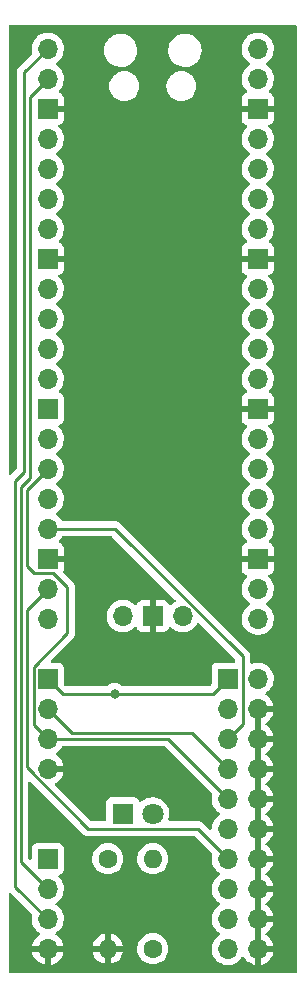
<source format=gbr>
%TF.GenerationSoftware,KiCad,Pcbnew,(6.0.6)*%
%TF.CreationDate,2022-08-06T18:53:41-04:00*%
%TF.ProjectId,freedap-pico,66726565-6461-4702-9d70-69636f2e6b69,rev?*%
%TF.SameCoordinates,Original*%
%TF.FileFunction,Copper,L2,Bot*%
%TF.FilePolarity,Positive*%
%FSLAX46Y46*%
G04 Gerber Fmt 4.6, Leading zero omitted, Abs format (unit mm)*
G04 Created by KiCad (PCBNEW (6.0.6)) date 2022-08-06 18:53:41*
%MOMM*%
%LPD*%
G01*
G04 APERTURE LIST*
%TA.AperFunction,ComponentPad*%
%ADD10R,1.700000X1.700000*%
%TD*%
%TA.AperFunction,ComponentPad*%
%ADD11O,1.700000X1.700000*%
%TD*%
%TA.AperFunction,ComponentPad*%
%ADD12C,1.600000*%
%TD*%
%TA.AperFunction,ComponentPad*%
%ADD13O,1.600000X1.600000*%
%TD*%
%TA.AperFunction,ComponentPad*%
%ADD14R,1.800000X1.800000*%
%TD*%
%TA.AperFunction,ComponentPad*%
%ADD15C,1.800000*%
%TD*%
%TA.AperFunction,ViaPad*%
%ADD16C,0.800000*%
%TD*%
%TA.AperFunction,Conductor*%
%ADD17C,0.250000*%
%TD*%
G04 APERTURE END LIST*
D10*
%TO.P,JPILL1,1,Pin_1*%
%TO.N,+3V3*%
X46990000Y-90170000D03*
D11*
%TO.P,JPILL1,2,Pin_2*%
%TO.N,/SWDIO{slash}TMS*%
X46990000Y-92710000D03*
%TO.P,JPILL1,3,Pin_3*%
%TO.N,/SWCLK{slash}TCLK*%
X46990000Y-95250000D03*
%TO.P,JPILL1,4,Pin_4*%
%TO.N,GND*%
X46990000Y-97790000D03*
%TD*%
D10*
%TO.P,JVCP1,1,Pin_1*%
%TO.N,+3V3*%
X46990000Y-105420000D03*
D11*
%TO.P,JVCP1,2,Pin_2*%
%TO.N,/VRX*%
X46990000Y-107960000D03*
%TO.P,JVCP1,3,Pin_3*%
%TO.N,/VTX*%
X46990000Y-110500000D03*
%TO.P,JVCP1,4,Pin_4*%
%TO.N,GND*%
X46990000Y-113040000D03*
%TD*%
%TO.P,U1,1,GPIO0*%
%TO.N,/VTX*%
X46990000Y-36830000D03*
%TO.P,U1,2,GPIO1*%
%TO.N,/VRX*%
X46990000Y-39370000D03*
D10*
%TO.P,U1,3,GND*%
%TO.N,GND*%
X46990000Y-41910000D03*
D11*
%TO.P,U1,4,GPIO2*%
%TO.N,/VSTAT*%
X46990000Y-44450000D03*
%TO.P,U1,5,GPIO3*%
%TO.N,unconnected-(U1-Pad5)*%
X46990000Y-46990000D03*
%TO.P,U1,6,GPIO4*%
%TO.N,unconnected-(U1-Pad6)*%
X46990000Y-49530000D03*
%TO.P,U1,7,GPIO5*%
%TO.N,unconnected-(U1-Pad7)*%
X46990000Y-52070000D03*
D10*
%TO.P,U1,8,GND*%
%TO.N,GND*%
X46990000Y-54610000D03*
D11*
%TO.P,U1,9,GPIO6*%
%TO.N,unconnected-(U1-Pad9)*%
X46990000Y-57150000D03*
%TO.P,U1,10,GPIO7*%
%TO.N,unconnected-(U1-Pad10)*%
X46990000Y-59690000D03*
%TO.P,U1,11,GPIO8*%
%TO.N,unconnected-(U1-Pad11)*%
X46990000Y-62230000D03*
%TO.P,U1,12,GPIO9*%
%TO.N,unconnected-(U1-Pad12)*%
X46990000Y-64770000D03*
D10*
%TO.P,U1,13,GND*%
%TO.N,unconnected-(U1-Pad13)*%
X46990000Y-67310000D03*
D11*
%TO.P,U1,14,GPIO10*%
%TO.N,unconnected-(U1-Pad14)*%
X46990000Y-69850000D03*
%TO.P,U1,15,GPIO11*%
%TO.N,/SWCLK{slash}TCLK*%
X46990000Y-72390000D03*
%TO.P,U1,16,GPIO12*%
%TO.N,/SWDIO{slash}TMS*%
X46990000Y-74930000D03*
%TO.P,U1,17,GPIO13*%
%TO.N,/TDI*%
X46990000Y-77470000D03*
D10*
%TO.P,U1,18,GND*%
%TO.N,GND*%
X46990000Y-80010000D03*
D11*
%TO.P,U1,19,GPIO14*%
%TO.N,/TDO*%
X46990000Y-82550000D03*
%TO.P,U1,20,GPIO15*%
%TO.N,/nRST*%
X46990000Y-85090000D03*
%TO.P,U1,21,GPIO16*%
%TO.N,unconnected-(U1-Pad21)*%
X64770000Y-85090000D03*
%TO.P,U1,22,GPIO17*%
%TO.N,unconnected-(U1-Pad22)*%
X64770000Y-82550000D03*
D10*
%TO.P,U1,23,GND*%
%TO.N,GND*%
X64770000Y-80010000D03*
D11*
%TO.P,U1,24,GPIO18*%
%TO.N,unconnected-(U1-Pad24)*%
X64770000Y-77470000D03*
%TO.P,U1,25,GPIO19*%
%TO.N,unconnected-(U1-Pad25)*%
X64770000Y-74930000D03*
%TO.P,U1,26,GPIO20*%
%TO.N,unconnected-(U1-Pad26)*%
X64770000Y-72390000D03*
%TO.P,U1,27,GPIO21*%
%TO.N,unconnected-(U1-Pad27)*%
X64770000Y-69850000D03*
D10*
%TO.P,U1,28,GND*%
%TO.N,GND*%
X64770000Y-67310000D03*
D11*
%TO.P,U1,29,GPIO22*%
%TO.N,unconnected-(U1-Pad29)*%
X64770000Y-64770000D03*
%TO.P,U1,30,RUN*%
%TO.N,unconnected-(U1-Pad30)*%
X64770000Y-62230000D03*
%TO.P,U1,31,GPIO26_ADC0*%
%TO.N,unconnected-(U1-Pad31)*%
X64770000Y-59690000D03*
%TO.P,U1,32,GPIO27_ADC1*%
%TO.N,unconnected-(U1-Pad32)*%
X64770000Y-57150000D03*
D10*
%TO.P,U1,33,AGND*%
%TO.N,GND*%
X64770000Y-54610000D03*
D11*
%TO.P,U1,34,GPIO28_ADC2*%
%TO.N,unconnected-(U1-Pad34)*%
X64770000Y-52070000D03*
%TO.P,U1,35,ADC_VREF*%
%TO.N,unconnected-(U1-Pad35)*%
X64770000Y-49530000D03*
%TO.P,U1,36,3V3*%
%TO.N,+3V3*%
X64770000Y-46990000D03*
%TO.P,U1,37,3V3_EN*%
%TO.N,unconnected-(U1-Pad37)*%
X64770000Y-44450000D03*
D10*
%TO.P,U1,38,GND*%
%TO.N,GND*%
X64770000Y-41910000D03*
D11*
%TO.P,U1,39,VSYS*%
%TO.N,unconnected-(U1-Pad39)*%
X64770000Y-39370000D03*
%TO.P,U1,40,VBUS*%
%TO.N,unconnected-(U1-Pad40)*%
X64770000Y-36830000D03*
%TO.P,U1,41,SWCLK*%
%TO.N,unconnected-(U1-Pad41)*%
X53340000Y-84860000D03*
D10*
%TO.P,U1,42,GND*%
%TO.N,GND*%
X55880000Y-84860000D03*
D11*
%TO.P,U1,43,SWDIO*%
%TO.N,unconnected-(U1-Pad43)*%
X58420000Y-84860000D03*
%TD*%
D10*
%TO.P,JJTAG1,1,Pin_1*%
%TO.N,+3V3*%
X62225000Y-90175000D03*
D11*
%TO.P,JJTAG1,2,Pin_2*%
X64765000Y-90175000D03*
%TO.P,JJTAG1,3,Pin_3*%
%TO.N,Net-(JJTAG1-Pad3)*%
X62225000Y-92715000D03*
%TO.P,JJTAG1,4,Pin_4*%
%TO.N,GND*%
X64765000Y-92715000D03*
%TO.P,JJTAG1,5,Pin_5*%
%TO.N,/TDI*%
X62225000Y-95255000D03*
%TO.P,JJTAG1,6,Pin_6*%
%TO.N,GND*%
X64765000Y-95255000D03*
%TO.P,JJTAG1,7,Pin_7*%
%TO.N,/SWDIO{slash}TMS*%
X62225000Y-97795000D03*
%TO.P,JJTAG1,8,Pin_8*%
%TO.N,GND*%
X64765000Y-97795000D03*
%TO.P,JJTAG1,9,Pin_9*%
%TO.N,/SWCLK{slash}TCLK*%
X62225000Y-100335000D03*
%TO.P,JJTAG1,10,Pin_10*%
%TO.N,GND*%
X64765000Y-100335000D03*
%TO.P,JJTAG1,11,Pin_11*%
%TO.N,unconnected-(JJTAG1-Pad11)*%
X62225000Y-102875000D03*
%TO.P,JJTAG1,12,Pin_12*%
%TO.N,GND*%
X64765000Y-102875000D03*
%TO.P,JJTAG1,13,Pin_13*%
%TO.N,/TDO*%
X62225000Y-105415000D03*
%TO.P,JJTAG1,14,Pin_14*%
%TO.N,GND*%
X64765000Y-105415000D03*
%TO.P,JJTAG1,15,Pin_15*%
%TO.N,/nRST*%
X62225000Y-107955000D03*
%TO.P,JJTAG1,16,Pin_16*%
%TO.N,GND*%
X64765000Y-107955000D03*
%TO.P,JJTAG1,17,Pin_17*%
%TO.N,unconnected-(JJTAG1-Pad17)*%
X62225000Y-110495000D03*
%TO.P,JJTAG1,18,Pin_18*%
%TO.N,GND*%
X64765000Y-110495000D03*
%TO.P,JJTAG1,19,Pin_19*%
%TO.N,unconnected-(JJTAG1-Pad19)*%
X62225000Y-113035000D03*
%TO.P,JJTAG1,20,Pin_20*%
%TO.N,GND*%
X64765000Y-113035000D03*
%TD*%
D12*
%TO.P,RLED1,1*%
%TO.N,Net-(DVCP1-Pad1)*%
X52070000Y-105410000D03*
D13*
%TO.P,RLED1,2*%
%TO.N,GND*%
X52070000Y-113030000D03*
%TD*%
D14*
%TO.P,DVCP1,1,K*%
%TO.N,Net-(DVCP1-Pad1)*%
X53340000Y-101600000D03*
D15*
%TO.P,DVCP1,2,A*%
%TO.N,/VSTAT*%
X55880000Y-101600000D03*
%TD*%
D12*
%TO.P,RTRS1,1*%
%TO.N,+3V3*%
X55880000Y-113030000D03*
D13*
%TO.P,RTRS1,2*%
%TO.N,Net-(JJTAG1-Pad3)*%
X55880000Y-105410000D03*
%TD*%
D16*
%TO.N,+3V3*%
X52660000Y-91440000D03*
%TO.N,GND*%
X46990000Y-101600000D03*
%TD*%
D17*
%TO.N,+3V3*%
X62225000Y-90175000D02*
X60960000Y-91440000D01*
X52660000Y-91440000D02*
X48260000Y-91440000D01*
X48260000Y-91440000D02*
X46990000Y-90170000D01*
X60960000Y-91440000D02*
X52660000Y-91440000D01*
%TO.N,/TDI*%
X63499278Y-88277577D02*
X52691701Y-77470000D01*
X62225000Y-95255000D02*
X63499278Y-93980722D01*
X52691701Y-77470000D02*
X46990000Y-77470000D01*
X63499278Y-93980722D02*
X63499278Y-88277577D01*
%TO.N,/SWDIO{slash}TMS*%
X46990000Y-92710000D02*
X49022000Y-94742000D01*
X59172000Y-94742000D02*
X62225000Y-97795000D01*
X49022000Y-94742000D02*
X59172000Y-94742000D01*
%TO.N,/SWCLK{slash}TCLK*%
X48644728Y-82426728D02*
X47403000Y-81185000D01*
X45212000Y-74168000D02*
X46990000Y-72390000D01*
X45212000Y-80582000D02*
X45212000Y-74168000D01*
X45815000Y-81185000D02*
X45212000Y-80582000D01*
X45815000Y-89154000D02*
X48644728Y-86324272D01*
X46990000Y-95250000D02*
X57140000Y-95250000D01*
X48644728Y-86324272D02*
X48644728Y-82426728D01*
X45815000Y-94075000D02*
X45815000Y-89154000D01*
X47403000Y-81185000D02*
X45815000Y-81185000D01*
X57140000Y-95250000D02*
X62225000Y-100335000D01*
X46990000Y-95250000D02*
X45815000Y-94075000D01*
%TO.N,/TDO*%
X50408299Y-102870000D02*
X45212000Y-97673701D01*
X45212000Y-84328000D02*
X46990000Y-82550000D01*
X59680000Y-102870000D02*
X50408299Y-102870000D01*
X62225000Y-105415000D02*
X59680000Y-102870000D01*
X45212000Y-97673701D02*
X45212000Y-84328000D01*
%TO.N,/VTX*%
X44254000Y-107764000D02*
X44254000Y-73406000D01*
X44254000Y-73406000D02*
X45016000Y-72644000D01*
X46990000Y-110500000D02*
X44254000Y-107764000D01*
X45016000Y-72644000D02*
X45016000Y-38804000D01*
X45016000Y-38804000D02*
X46990000Y-36830000D01*
%TO.N,/VRX*%
X46990000Y-39370000D02*
X45466000Y-40894000D01*
X44704000Y-105674000D02*
X46990000Y-107960000D01*
X45466000Y-40894000D02*
X45466000Y-73152000D01*
X44704000Y-73914000D02*
X44704000Y-105674000D01*
X45466000Y-73152000D02*
X44704000Y-73914000D01*
%TD*%
%TA.AperFunction,Conductor*%
%TO.N,GND*%
G36*
X68013621Y-34818502D02*
G01*
X68060114Y-34872158D01*
X68071500Y-34924500D01*
X68071500Y-114935500D01*
X68051498Y-115003621D01*
X67997842Y-115050114D01*
X67945500Y-115061500D01*
X43814500Y-115061500D01*
X43746379Y-115041498D01*
X43699886Y-114987842D01*
X43688500Y-114935500D01*
X43688500Y-113307966D01*
X45658257Y-113307966D01*
X45688565Y-113442446D01*
X45691645Y-113452275D01*
X45771770Y-113649603D01*
X45776413Y-113658794D01*
X45887694Y-113840388D01*
X45893777Y-113848699D01*
X46033213Y-114009667D01*
X46040580Y-114016883D01*
X46204434Y-114152916D01*
X46212881Y-114158831D01*
X46396756Y-114266279D01*
X46406042Y-114270729D01*
X46605001Y-114346703D01*
X46614899Y-114349579D01*
X46718250Y-114370606D01*
X46732299Y-114369410D01*
X46736000Y-114359065D01*
X46736000Y-114358517D01*
X47244000Y-114358517D01*
X47248064Y-114372359D01*
X47261478Y-114374393D01*
X47268184Y-114373534D01*
X47278262Y-114371392D01*
X47482255Y-114310191D01*
X47491842Y-114306433D01*
X47683095Y-114212739D01*
X47691945Y-114207464D01*
X47865328Y-114083792D01*
X47873200Y-114077139D01*
X48024052Y-113926812D01*
X48030730Y-113918965D01*
X48155003Y-113746020D01*
X48160313Y-113737183D01*
X48254670Y-113546267D01*
X48258469Y-113536672D01*
X48320377Y-113332910D01*
X48322555Y-113322837D01*
X48323986Y-113311962D01*
X48321775Y-113297778D01*
X48317401Y-113296522D01*
X50787273Y-113296522D01*
X50834764Y-113473761D01*
X50838510Y-113484053D01*
X50930586Y-113681511D01*
X50936069Y-113691007D01*
X51061028Y-113869467D01*
X51068084Y-113877875D01*
X51222125Y-114031916D01*
X51230533Y-114038972D01*
X51408993Y-114163931D01*
X51418489Y-114169414D01*
X51615947Y-114261490D01*
X51626239Y-114265236D01*
X51798503Y-114311394D01*
X51812599Y-114311058D01*
X51816000Y-114303116D01*
X51816000Y-114297967D01*
X52324000Y-114297967D01*
X52327973Y-114311498D01*
X52336522Y-114312727D01*
X52513761Y-114265236D01*
X52524053Y-114261490D01*
X52721511Y-114169414D01*
X52731007Y-114163931D01*
X52909467Y-114038972D01*
X52917875Y-114031916D01*
X53071916Y-113877875D01*
X53078972Y-113869467D01*
X53203931Y-113691007D01*
X53209414Y-113681511D01*
X53301490Y-113484053D01*
X53305236Y-113473761D01*
X53351394Y-113301497D01*
X53351058Y-113287401D01*
X53343116Y-113284000D01*
X52342115Y-113284000D01*
X52326876Y-113288475D01*
X52325671Y-113289865D01*
X52324000Y-113297548D01*
X52324000Y-114297967D01*
X51816000Y-114297967D01*
X51816000Y-113302115D01*
X51811525Y-113286876D01*
X51810135Y-113285671D01*
X51802452Y-113284000D01*
X50802033Y-113284000D01*
X50788502Y-113287973D01*
X50787273Y-113296522D01*
X48317401Y-113296522D01*
X48308617Y-113294000D01*
X47262115Y-113294000D01*
X47246876Y-113298475D01*
X47245671Y-113299865D01*
X47244000Y-113307548D01*
X47244000Y-114358517D01*
X46736000Y-114358517D01*
X46736000Y-113312115D01*
X46731525Y-113296876D01*
X46730135Y-113295671D01*
X46722452Y-113294000D01*
X45673225Y-113294000D01*
X45659694Y-113297973D01*
X45658257Y-113307966D01*
X43688500Y-113307966D01*
X43688500Y-113030000D01*
X54566502Y-113030000D01*
X54586457Y-113258087D01*
X54587881Y-113263400D01*
X54587881Y-113263402D01*
X54634557Y-113437596D01*
X54645716Y-113479243D01*
X54648039Y-113484224D01*
X54648039Y-113484225D01*
X54740151Y-113681762D01*
X54740154Y-113681767D01*
X54742477Y-113686749D01*
X54780478Y-113741020D01*
X54852579Y-113843990D01*
X54873802Y-113874300D01*
X55035700Y-114036198D01*
X55040208Y-114039355D01*
X55040211Y-114039357D01*
X55103671Y-114083792D01*
X55223251Y-114167523D01*
X55228233Y-114169846D01*
X55228238Y-114169849D01*
X55424765Y-114261490D01*
X55430757Y-114264284D01*
X55436065Y-114265706D01*
X55436067Y-114265707D01*
X55646598Y-114322119D01*
X55646600Y-114322119D01*
X55651913Y-114323543D01*
X55880000Y-114343498D01*
X56108087Y-114323543D01*
X56113400Y-114322119D01*
X56113402Y-114322119D01*
X56323933Y-114265707D01*
X56323935Y-114265706D01*
X56329243Y-114264284D01*
X56335235Y-114261490D01*
X56531762Y-114169849D01*
X56531767Y-114169846D01*
X56536749Y-114167523D01*
X56656329Y-114083792D01*
X56719789Y-114039357D01*
X56719792Y-114039355D01*
X56724300Y-114036198D01*
X56886198Y-113874300D01*
X56907422Y-113843990D01*
X56979522Y-113741020D01*
X57017523Y-113686749D01*
X57019846Y-113681767D01*
X57019849Y-113681762D01*
X57111961Y-113484225D01*
X57111961Y-113484224D01*
X57114284Y-113479243D01*
X57125444Y-113437596D01*
X57172119Y-113263402D01*
X57172119Y-113263400D01*
X57173543Y-113258087D01*
X57193498Y-113030000D01*
X57173543Y-112801913D01*
X57163244Y-112763478D01*
X57115707Y-112586067D01*
X57115706Y-112586065D01*
X57114284Y-112580757D01*
X57106835Y-112564783D01*
X57019849Y-112378238D01*
X57019846Y-112378233D01*
X57017523Y-112373251D01*
X56901761Y-112207926D01*
X56889357Y-112190211D01*
X56889355Y-112190208D01*
X56886198Y-112185700D01*
X56724300Y-112023802D01*
X56719792Y-112020645D01*
X56719789Y-112020643D01*
X56552094Y-111903222D01*
X56536749Y-111892477D01*
X56531767Y-111890154D01*
X56531762Y-111890151D01*
X56334225Y-111798039D01*
X56334224Y-111798039D01*
X56329243Y-111795716D01*
X56323935Y-111794294D01*
X56323933Y-111794293D01*
X56113402Y-111737881D01*
X56113400Y-111737881D01*
X56108087Y-111736457D01*
X55880000Y-111716502D01*
X55651913Y-111736457D01*
X55646600Y-111737881D01*
X55646598Y-111737881D01*
X55436067Y-111794293D01*
X55436065Y-111794294D01*
X55430757Y-111795716D01*
X55425776Y-111798039D01*
X55425775Y-111798039D01*
X55228238Y-111890151D01*
X55228233Y-111890154D01*
X55223251Y-111892477D01*
X55207906Y-111903222D01*
X55040211Y-112020643D01*
X55040208Y-112020645D01*
X55035700Y-112023802D01*
X54873802Y-112185700D01*
X54870645Y-112190208D01*
X54870643Y-112190211D01*
X54858239Y-112207926D01*
X54742477Y-112373251D01*
X54740154Y-112378233D01*
X54740151Y-112378238D01*
X54653165Y-112564783D01*
X54645716Y-112580757D01*
X54644294Y-112586065D01*
X54644293Y-112586067D01*
X54596756Y-112763478D01*
X54586457Y-112801913D01*
X54566502Y-113030000D01*
X43688500Y-113030000D01*
X43688500Y-108398594D01*
X43708502Y-108330473D01*
X43762158Y-108283980D01*
X43832432Y-108273876D01*
X43897012Y-108303370D01*
X43903595Y-108309499D01*
X45639778Y-110045682D01*
X45673804Y-110107994D01*
X45672100Y-110168448D01*
X45650989Y-110244570D01*
X45650441Y-110249700D01*
X45650440Y-110249704D01*
X45646933Y-110282522D01*
X45627251Y-110466695D01*
X45627548Y-110471848D01*
X45627548Y-110471851D01*
X45633011Y-110566590D01*
X45640110Y-110689715D01*
X45641247Y-110694761D01*
X45641248Y-110694767D01*
X45662275Y-110788069D01*
X45689222Y-110907639D01*
X45773266Y-111114616D01*
X45889987Y-111305088D01*
X46036250Y-111473938D01*
X46111213Y-111536173D01*
X46198123Y-111608327D01*
X46208126Y-111616632D01*
X46272889Y-111654476D01*
X46281955Y-111659774D01*
X46330679Y-111711412D01*
X46343750Y-111781195D01*
X46317019Y-111846967D01*
X46276562Y-111880327D01*
X46268457Y-111884546D01*
X46259738Y-111890036D01*
X46089433Y-112017905D01*
X46081726Y-112024748D01*
X45934590Y-112178717D01*
X45928104Y-112186727D01*
X45808098Y-112362649D01*
X45803000Y-112371623D01*
X45713338Y-112564783D01*
X45709775Y-112574470D01*
X45654389Y-112774183D01*
X45655912Y-112782607D01*
X45668292Y-112786000D01*
X48308344Y-112786000D01*
X48321875Y-112782027D01*
X48323180Y-112772947D01*
X48319552Y-112758503D01*
X50788606Y-112758503D01*
X50788942Y-112772599D01*
X50796884Y-112776000D01*
X51797885Y-112776000D01*
X51813124Y-112771525D01*
X51814329Y-112770135D01*
X51816000Y-112762452D01*
X51816000Y-112757885D01*
X52324000Y-112757885D01*
X52328475Y-112773124D01*
X52329865Y-112774329D01*
X52337548Y-112776000D01*
X53337967Y-112776000D01*
X53351498Y-112772027D01*
X53352727Y-112763478D01*
X53305236Y-112586239D01*
X53301490Y-112575947D01*
X53209414Y-112378489D01*
X53203931Y-112368993D01*
X53078972Y-112190533D01*
X53071916Y-112182125D01*
X52917875Y-112028084D01*
X52909467Y-112021028D01*
X52731007Y-111896069D01*
X52721511Y-111890586D01*
X52524053Y-111798510D01*
X52513761Y-111794764D01*
X52341497Y-111748606D01*
X52327401Y-111748942D01*
X52324000Y-111756884D01*
X52324000Y-112757885D01*
X51816000Y-112757885D01*
X51816000Y-111762033D01*
X51812027Y-111748502D01*
X51803478Y-111747273D01*
X51626239Y-111794764D01*
X51615947Y-111798510D01*
X51418489Y-111890586D01*
X51408993Y-111896069D01*
X51230533Y-112021028D01*
X51222125Y-112028084D01*
X51068084Y-112182125D01*
X51061028Y-112190533D01*
X50936069Y-112368993D01*
X50930586Y-112378489D01*
X50838510Y-112575947D01*
X50834764Y-112586239D01*
X50788606Y-112758503D01*
X48319552Y-112758503D01*
X48281214Y-112605875D01*
X48277894Y-112596124D01*
X48192972Y-112400814D01*
X48188105Y-112391739D01*
X48072426Y-112212926D01*
X48066136Y-112204757D01*
X47922806Y-112047240D01*
X47915273Y-112040215D01*
X47748139Y-111908222D01*
X47739556Y-111902520D01*
X47702602Y-111882120D01*
X47652631Y-111831687D01*
X47637859Y-111762245D01*
X47662975Y-111695839D01*
X47690327Y-111669232D01*
X47713797Y-111652491D01*
X47869860Y-111541173D01*
X48028096Y-111383489D01*
X48085222Y-111303990D01*
X48155435Y-111206277D01*
X48158453Y-111202077D01*
X48174466Y-111169678D01*
X48255136Y-111006453D01*
X48255137Y-111006451D01*
X48257430Y-111001811D01*
X48322370Y-110788069D01*
X48351529Y-110566590D01*
X48353156Y-110500000D01*
X48334852Y-110277361D01*
X48280431Y-110060702D01*
X48191354Y-109855840D01*
X48070014Y-109668277D01*
X47919670Y-109503051D01*
X47915619Y-109499852D01*
X47915615Y-109499848D01*
X47748414Y-109367800D01*
X47748410Y-109367798D01*
X47744359Y-109364598D01*
X47703053Y-109341796D01*
X47653084Y-109291364D01*
X47638312Y-109221921D01*
X47663428Y-109155516D01*
X47690780Y-109128909D01*
X47767420Y-109074242D01*
X47869860Y-109001173D01*
X48028096Y-108843489D01*
X48085222Y-108763990D01*
X48155435Y-108666277D01*
X48158453Y-108662077D01*
X48174466Y-108629678D01*
X48255136Y-108466453D01*
X48255137Y-108466451D01*
X48257430Y-108461811D01*
X48322370Y-108248069D01*
X48351529Y-108026590D01*
X48351651Y-108021590D01*
X48353074Y-107963365D01*
X48353074Y-107963361D01*
X48353156Y-107960000D01*
X48334852Y-107737361D01*
X48280431Y-107520702D01*
X48191354Y-107315840D01*
X48070014Y-107128277D01*
X48066532Y-107124450D01*
X47922798Y-106966488D01*
X47891746Y-106902642D01*
X47900141Y-106832143D01*
X47945317Y-106777375D01*
X47971761Y-106763706D01*
X48078297Y-106723767D01*
X48086705Y-106720615D01*
X48203261Y-106633261D01*
X48290615Y-106516705D01*
X48341745Y-106380316D01*
X48348500Y-106318134D01*
X48348500Y-105410000D01*
X50756502Y-105410000D01*
X50776457Y-105638087D01*
X50777881Y-105643400D01*
X50777881Y-105643402D01*
X50824557Y-105817596D01*
X50835716Y-105859243D01*
X50838039Y-105864224D01*
X50838039Y-105864225D01*
X50930151Y-106061762D01*
X50930154Y-106061767D01*
X50932477Y-106066749D01*
X50970478Y-106121020D01*
X51042579Y-106223990D01*
X51063802Y-106254300D01*
X51225700Y-106416198D01*
X51230208Y-106419355D01*
X51230211Y-106419357D01*
X51308389Y-106474098D01*
X51413251Y-106547523D01*
X51418233Y-106549846D01*
X51418238Y-106549849D01*
X51615775Y-106641961D01*
X51620757Y-106644284D01*
X51626065Y-106645706D01*
X51626067Y-106645707D01*
X51836598Y-106702119D01*
X51836600Y-106702119D01*
X51841913Y-106703543D01*
X52070000Y-106723498D01*
X52298087Y-106703543D01*
X52303400Y-106702119D01*
X52303402Y-106702119D01*
X52513933Y-106645707D01*
X52513935Y-106645706D01*
X52519243Y-106644284D01*
X52524225Y-106641961D01*
X52721762Y-106549849D01*
X52721767Y-106549846D01*
X52726749Y-106547523D01*
X52831611Y-106474098D01*
X52909789Y-106419357D01*
X52909792Y-106419355D01*
X52914300Y-106416198D01*
X53076198Y-106254300D01*
X53097422Y-106223990D01*
X53169522Y-106121020D01*
X53207523Y-106066749D01*
X53209846Y-106061767D01*
X53209849Y-106061762D01*
X53301961Y-105864225D01*
X53301961Y-105864224D01*
X53304284Y-105859243D01*
X53315444Y-105817596D01*
X53362119Y-105643402D01*
X53362119Y-105643400D01*
X53363543Y-105638087D01*
X53383498Y-105410000D01*
X54566502Y-105410000D01*
X54586457Y-105638087D01*
X54587881Y-105643400D01*
X54587881Y-105643402D01*
X54634557Y-105817596D01*
X54645716Y-105859243D01*
X54648039Y-105864224D01*
X54648039Y-105864225D01*
X54740151Y-106061762D01*
X54740154Y-106061767D01*
X54742477Y-106066749D01*
X54780478Y-106121020D01*
X54852579Y-106223990D01*
X54873802Y-106254300D01*
X55035700Y-106416198D01*
X55040208Y-106419355D01*
X55040211Y-106419357D01*
X55118389Y-106474098D01*
X55223251Y-106547523D01*
X55228233Y-106549846D01*
X55228238Y-106549849D01*
X55425775Y-106641961D01*
X55430757Y-106644284D01*
X55436065Y-106645706D01*
X55436067Y-106645707D01*
X55646598Y-106702119D01*
X55646600Y-106702119D01*
X55651913Y-106703543D01*
X55880000Y-106723498D01*
X56108087Y-106703543D01*
X56113400Y-106702119D01*
X56113402Y-106702119D01*
X56323933Y-106645707D01*
X56323935Y-106645706D01*
X56329243Y-106644284D01*
X56334225Y-106641961D01*
X56531762Y-106549849D01*
X56531767Y-106549846D01*
X56536749Y-106547523D01*
X56641611Y-106474098D01*
X56719789Y-106419357D01*
X56719792Y-106419355D01*
X56724300Y-106416198D01*
X56886198Y-106254300D01*
X56907422Y-106223990D01*
X56979522Y-106121020D01*
X57017523Y-106066749D01*
X57019846Y-106061767D01*
X57019849Y-106061762D01*
X57111961Y-105864225D01*
X57111961Y-105864224D01*
X57114284Y-105859243D01*
X57125444Y-105817596D01*
X57172119Y-105643402D01*
X57172119Y-105643400D01*
X57173543Y-105638087D01*
X57193498Y-105410000D01*
X57173543Y-105181913D01*
X57164442Y-105147947D01*
X57115707Y-104966067D01*
X57115706Y-104966065D01*
X57114284Y-104960757D01*
X57111961Y-104955775D01*
X57019849Y-104758238D01*
X57019846Y-104758233D01*
X57017523Y-104753251D01*
X56901761Y-104587926D01*
X56889357Y-104570211D01*
X56889355Y-104570208D01*
X56886198Y-104565700D01*
X56724300Y-104403802D01*
X56719792Y-104400645D01*
X56719789Y-104400643D01*
X56609324Y-104323295D01*
X56536749Y-104272477D01*
X56531767Y-104270154D01*
X56531762Y-104270151D01*
X56334225Y-104178039D01*
X56334224Y-104178039D01*
X56329243Y-104175716D01*
X56323935Y-104174294D01*
X56323933Y-104174293D01*
X56113402Y-104117881D01*
X56113400Y-104117881D01*
X56108087Y-104116457D01*
X55880000Y-104096502D01*
X55651913Y-104116457D01*
X55646600Y-104117881D01*
X55646598Y-104117881D01*
X55436067Y-104174293D01*
X55436065Y-104174294D01*
X55430757Y-104175716D01*
X55425776Y-104178039D01*
X55425775Y-104178039D01*
X55228238Y-104270151D01*
X55228233Y-104270154D01*
X55223251Y-104272477D01*
X55150676Y-104323295D01*
X55040211Y-104400643D01*
X55040208Y-104400645D01*
X55035700Y-104403802D01*
X54873802Y-104565700D01*
X54870645Y-104570208D01*
X54870643Y-104570211D01*
X54858239Y-104587926D01*
X54742477Y-104753251D01*
X54740154Y-104758233D01*
X54740151Y-104758238D01*
X54648039Y-104955775D01*
X54645716Y-104960757D01*
X54644294Y-104966065D01*
X54644293Y-104966067D01*
X54595558Y-105147947D01*
X54586457Y-105181913D01*
X54566502Y-105410000D01*
X53383498Y-105410000D01*
X53363543Y-105181913D01*
X53354442Y-105147947D01*
X53305707Y-104966067D01*
X53305706Y-104966065D01*
X53304284Y-104960757D01*
X53301961Y-104955775D01*
X53209849Y-104758238D01*
X53209846Y-104758233D01*
X53207523Y-104753251D01*
X53091761Y-104587926D01*
X53079357Y-104570211D01*
X53079355Y-104570208D01*
X53076198Y-104565700D01*
X52914300Y-104403802D01*
X52909792Y-104400645D01*
X52909789Y-104400643D01*
X52799324Y-104323295D01*
X52726749Y-104272477D01*
X52721767Y-104270154D01*
X52721762Y-104270151D01*
X52524225Y-104178039D01*
X52524224Y-104178039D01*
X52519243Y-104175716D01*
X52513935Y-104174294D01*
X52513933Y-104174293D01*
X52303402Y-104117881D01*
X52303400Y-104117881D01*
X52298087Y-104116457D01*
X52070000Y-104096502D01*
X51841913Y-104116457D01*
X51836600Y-104117881D01*
X51836598Y-104117881D01*
X51626067Y-104174293D01*
X51626065Y-104174294D01*
X51620757Y-104175716D01*
X51615776Y-104178039D01*
X51615775Y-104178039D01*
X51418238Y-104270151D01*
X51418233Y-104270154D01*
X51413251Y-104272477D01*
X51340676Y-104323295D01*
X51230211Y-104400643D01*
X51230208Y-104400645D01*
X51225700Y-104403802D01*
X51063802Y-104565700D01*
X51060645Y-104570208D01*
X51060643Y-104570211D01*
X51048239Y-104587926D01*
X50932477Y-104753251D01*
X50930154Y-104758233D01*
X50930151Y-104758238D01*
X50838039Y-104955775D01*
X50835716Y-104960757D01*
X50834294Y-104966065D01*
X50834293Y-104966067D01*
X50785558Y-105147947D01*
X50776457Y-105181913D01*
X50756502Y-105410000D01*
X48348500Y-105410000D01*
X48348500Y-104521866D01*
X48341745Y-104459684D01*
X48290615Y-104323295D01*
X48203261Y-104206739D01*
X48086705Y-104119385D01*
X47950316Y-104068255D01*
X47888134Y-104061500D01*
X46091866Y-104061500D01*
X46029684Y-104068255D01*
X45893295Y-104119385D01*
X45776739Y-104206739D01*
X45689385Y-104323295D01*
X45638255Y-104459684D01*
X45631500Y-104521866D01*
X45631500Y-105401405D01*
X45611498Y-105469526D01*
X45557842Y-105516019D01*
X45487568Y-105526123D01*
X45422988Y-105496629D01*
X45416405Y-105490500D01*
X45374405Y-105448500D01*
X45340379Y-105386188D01*
X45337500Y-105359405D01*
X45337500Y-98999295D01*
X45357502Y-98931174D01*
X45411158Y-98884681D01*
X45481432Y-98874577D01*
X45546012Y-98904071D01*
X45552595Y-98910200D01*
X49904642Y-103262247D01*
X49912186Y-103270537D01*
X49916299Y-103277018D01*
X49922076Y-103282443D01*
X49965966Y-103323658D01*
X49968808Y-103326413D01*
X49988530Y-103346135D01*
X49991654Y-103348558D01*
X49991658Y-103348562D01*
X49991723Y-103348612D01*
X50000744Y-103356317D01*
X50032978Y-103386586D01*
X50039926Y-103390405D01*
X50039928Y-103390407D01*
X50050731Y-103396346D01*
X50067258Y-103407202D01*
X50076997Y-103414757D01*
X50076999Y-103414758D01*
X50083259Y-103419614D01*
X50123839Y-103437174D01*
X50134487Y-103442391D01*
X50173239Y-103463695D01*
X50180915Y-103465666D01*
X50180918Y-103465667D01*
X50192861Y-103468733D01*
X50211566Y-103475137D01*
X50230154Y-103483181D01*
X50237977Y-103484420D01*
X50237987Y-103484423D01*
X50273823Y-103490099D01*
X50285443Y-103492505D01*
X50320588Y-103501528D01*
X50328269Y-103503500D01*
X50348523Y-103503500D01*
X50368233Y-103505051D01*
X50388242Y-103508220D01*
X50396134Y-103507474D01*
X50432260Y-103504059D01*
X50444118Y-103503500D01*
X59365406Y-103503500D01*
X59433527Y-103523502D01*
X59454501Y-103540405D01*
X60874778Y-104960682D01*
X60908804Y-105022994D01*
X60907100Y-105083448D01*
X60885989Y-105159570D01*
X60885441Y-105164700D01*
X60885440Y-105164704D01*
X60875654Y-105256281D01*
X60862251Y-105381695D01*
X60862548Y-105386848D01*
X60862548Y-105386851D01*
X60874812Y-105599547D01*
X60875110Y-105604715D01*
X60876247Y-105609761D01*
X60876248Y-105609767D01*
X60889597Y-105669000D01*
X60924222Y-105822639D01*
X61008266Y-106029616D01*
X61124987Y-106220088D01*
X61271250Y-106388938D01*
X61443126Y-106531632D01*
X61474301Y-106549849D01*
X61516445Y-106574476D01*
X61565169Y-106626114D01*
X61578240Y-106695897D01*
X61551509Y-106761669D01*
X61511055Y-106795027D01*
X61498607Y-106801507D01*
X61494474Y-106804610D01*
X61494471Y-106804612D01*
X61324100Y-106932530D01*
X61319965Y-106935635D01*
X61165629Y-107097138D01*
X61039743Y-107281680D01*
X61025905Y-107311492D01*
X60949456Y-107476188D01*
X60945688Y-107484305D01*
X60885989Y-107699570D01*
X60862251Y-107921695D01*
X60862548Y-107926848D01*
X60862548Y-107926851D01*
X60868490Y-108029908D01*
X60875110Y-108144715D01*
X60876247Y-108149761D01*
X60876248Y-108149767D01*
X60896096Y-108237837D01*
X60924222Y-108362639D01*
X61008266Y-108569616D01*
X61124987Y-108760088D01*
X61271250Y-108928938D01*
X61443126Y-109071632D01*
X61513595Y-109112811D01*
X61516445Y-109114476D01*
X61565169Y-109166114D01*
X61578240Y-109235897D01*
X61551509Y-109301669D01*
X61511055Y-109335027D01*
X61498607Y-109341507D01*
X61494474Y-109344610D01*
X61494471Y-109344612D01*
X61324100Y-109472530D01*
X61319965Y-109475635D01*
X61165629Y-109637138D01*
X61039743Y-109821680D01*
X60945688Y-110024305D01*
X60885989Y-110239570D01*
X60862251Y-110461695D01*
X60862548Y-110466848D01*
X60862548Y-110466851D01*
X60868011Y-110561590D01*
X60875110Y-110684715D01*
X60876247Y-110689761D01*
X60876248Y-110689767D01*
X60877375Y-110694767D01*
X60924222Y-110902639D01*
X61008266Y-111109616D01*
X61124987Y-111300088D01*
X61271250Y-111468938D01*
X61443126Y-111611632D01*
X61451683Y-111616632D01*
X61516445Y-111654476D01*
X61565169Y-111706114D01*
X61578240Y-111775897D01*
X61551509Y-111841669D01*
X61511055Y-111875027D01*
X61498607Y-111881507D01*
X61494474Y-111884610D01*
X61494471Y-111884612D01*
X61324100Y-112012530D01*
X61319965Y-112015635D01*
X61165629Y-112177138D01*
X61162715Y-112181410D01*
X61162714Y-112181411D01*
X61144838Y-112207617D01*
X61039743Y-112361680D01*
X60945688Y-112564305D01*
X60885989Y-112779570D01*
X60862251Y-113001695D01*
X60862548Y-113006848D01*
X60862548Y-113006851D01*
X60868011Y-113101590D01*
X60875110Y-113224715D01*
X60876247Y-113229761D01*
X60876248Y-113229767D01*
X60891733Y-113298475D01*
X60924222Y-113442639D01*
X61008266Y-113649616D01*
X61124987Y-113840088D01*
X61271250Y-114008938D01*
X61443126Y-114151632D01*
X61636000Y-114264338D01*
X61844692Y-114344030D01*
X61849760Y-114345061D01*
X61849763Y-114345062D01*
X61944862Y-114364410D01*
X62063597Y-114388567D01*
X62068772Y-114388757D01*
X62068774Y-114388757D01*
X62281673Y-114396564D01*
X62281677Y-114396564D01*
X62286837Y-114396753D01*
X62291957Y-114396097D01*
X62291959Y-114396097D01*
X62503288Y-114369025D01*
X62503289Y-114369025D01*
X62508416Y-114368368D01*
X62513366Y-114366883D01*
X62717429Y-114305661D01*
X62717434Y-114305659D01*
X62722384Y-114304174D01*
X62922994Y-114205896D01*
X63104860Y-114076173D01*
X63263096Y-113918489D01*
X63322594Y-113835689D01*
X63393453Y-113737077D01*
X63394640Y-113737930D01*
X63441960Y-113694362D01*
X63511897Y-113682145D01*
X63577338Y-113709678D01*
X63605166Y-113741511D01*
X63662694Y-113835388D01*
X63668777Y-113843699D01*
X63808213Y-114004667D01*
X63815580Y-114011883D01*
X63979434Y-114147916D01*
X63987881Y-114153831D01*
X64171756Y-114261279D01*
X64181042Y-114265729D01*
X64380001Y-114341703D01*
X64389899Y-114344579D01*
X64493250Y-114365606D01*
X64507299Y-114364410D01*
X64511000Y-114354065D01*
X64511000Y-114353517D01*
X65019000Y-114353517D01*
X65023064Y-114367359D01*
X65036478Y-114369393D01*
X65043184Y-114368534D01*
X65053262Y-114366392D01*
X65257255Y-114305191D01*
X65266842Y-114301433D01*
X65458095Y-114207739D01*
X65466945Y-114202464D01*
X65640328Y-114078792D01*
X65648200Y-114072139D01*
X65799052Y-113921812D01*
X65805730Y-113913965D01*
X65930003Y-113741020D01*
X65935313Y-113732183D01*
X66029670Y-113541267D01*
X66033469Y-113531672D01*
X66095377Y-113327910D01*
X66097555Y-113317837D01*
X66098986Y-113306962D01*
X66096775Y-113292778D01*
X66083617Y-113289000D01*
X65037115Y-113289000D01*
X65021876Y-113293475D01*
X65020671Y-113294865D01*
X65019000Y-113302548D01*
X65019000Y-114353517D01*
X64511000Y-114353517D01*
X64511000Y-112762885D01*
X65019000Y-112762885D01*
X65023475Y-112778124D01*
X65024865Y-112779329D01*
X65032548Y-112781000D01*
X66083344Y-112781000D01*
X66096875Y-112777027D01*
X66098180Y-112767947D01*
X66056214Y-112600875D01*
X66052894Y-112591124D01*
X65967972Y-112395814D01*
X65963105Y-112386739D01*
X65847426Y-112207926D01*
X65841136Y-112199757D01*
X65697806Y-112042240D01*
X65690273Y-112035215D01*
X65523139Y-111903222D01*
X65514552Y-111897517D01*
X65477116Y-111876851D01*
X65427146Y-111826419D01*
X65412374Y-111756976D01*
X65437490Y-111690571D01*
X65464842Y-111663964D01*
X65640327Y-111538792D01*
X65648200Y-111532139D01*
X65799052Y-111381812D01*
X65805730Y-111373965D01*
X65930003Y-111201020D01*
X65935313Y-111192183D01*
X66029670Y-111001267D01*
X66033469Y-110991672D01*
X66095377Y-110787910D01*
X66097555Y-110777837D01*
X66098986Y-110766962D01*
X66096775Y-110752778D01*
X66083617Y-110749000D01*
X65037115Y-110749000D01*
X65021876Y-110753475D01*
X65020671Y-110754865D01*
X65019000Y-110762548D01*
X65019000Y-112762885D01*
X64511000Y-112762885D01*
X64511000Y-110222885D01*
X65019000Y-110222885D01*
X65023475Y-110238124D01*
X65024865Y-110239329D01*
X65032548Y-110241000D01*
X66083344Y-110241000D01*
X66096875Y-110237027D01*
X66098180Y-110227947D01*
X66056214Y-110060875D01*
X66052894Y-110051124D01*
X65967972Y-109855814D01*
X65963105Y-109846739D01*
X65847426Y-109667926D01*
X65841136Y-109659757D01*
X65697806Y-109502240D01*
X65690273Y-109495215D01*
X65523139Y-109363222D01*
X65514552Y-109357517D01*
X65477116Y-109336851D01*
X65427146Y-109286419D01*
X65412374Y-109216976D01*
X65437490Y-109150571D01*
X65464842Y-109123964D01*
X65640327Y-108998792D01*
X65648200Y-108992139D01*
X65799052Y-108841812D01*
X65805730Y-108833965D01*
X65930003Y-108661020D01*
X65935313Y-108652183D01*
X66029670Y-108461267D01*
X66033469Y-108451672D01*
X66095377Y-108247910D01*
X66097555Y-108237837D01*
X66098986Y-108226962D01*
X66096775Y-108212778D01*
X66083617Y-108209000D01*
X65037115Y-108209000D01*
X65021876Y-108213475D01*
X65020671Y-108214865D01*
X65019000Y-108222548D01*
X65019000Y-110222885D01*
X64511000Y-110222885D01*
X64511000Y-107682885D01*
X65019000Y-107682885D01*
X65023475Y-107698124D01*
X65024865Y-107699329D01*
X65032548Y-107701000D01*
X66083344Y-107701000D01*
X66096875Y-107697027D01*
X66098180Y-107687947D01*
X66056214Y-107520875D01*
X66052894Y-107511124D01*
X65967972Y-107315814D01*
X65963105Y-107306739D01*
X65847426Y-107127926D01*
X65841136Y-107119757D01*
X65697806Y-106962240D01*
X65690273Y-106955215D01*
X65523139Y-106823222D01*
X65514552Y-106817517D01*
X65477116Y-106796851D01*
X65427146Y-106746419D01*
X65412374Y-106676976D01*
X65437490Y-106610571D01*
X65464842Y-106583964D01*
X65640327Y-106458792D01*
X65648200Y-106452139D01*
X65799052Y-106301812D01*
X65805730Y-106293965D01*
X65930003Y-106121020D01*
X65935313Y-106112183D01*
X66029670Y-105921267D01*
X66033469Y-105911672D01*
X66095377Y-105707910D01*
X66097555Y-105697837D01*
X66098986Y-105686962D01*
X66096775Y-105672778D01*
X66083617Y-105669000D01*
X65037115Y-105669000D01*
X65021876Y-105673475D01*
X65020671Y-105674865D01*
X65019000Y-105682548D01*
X65019000Y-107682885D01*
X64511000Y-107682885D01*
X64511000Y-105142885D01*
X65019000Y-105142885D01*
X65023475Y-105158124D01*
X65024865Y-105159329D01*
X65032548Y-105161000D01*
X66083344Y-105161000D01*
X66096875Y-105157027D01*
X66098180Y-105147947D01*
X66056214Y-104980875D01*
X66052894Y-104971124D01*
X65967972Y-104775814D01*
X65963105Y-104766739D01*
X65847426Y-104587926D01*
X65841136Y-104579757D01*
X65697806Y-104422240D01*
X65690273Y-104415215D01*
X65523139Y-104283222D01*
X65514552Y-104277517D01*
X65477116Y-104256851D01*
X65427146Y-104206419D01*
X65412374Y-104136976D01*
X65437490Y-104070571D01*
X65464842Y-104043964D01*
X65640327Y-103918792D01*
X65648200Y-103912139D01*
X65799052Y-103761812D01*
X65805730Y-103753965D01*
X65930003Y-103581020D01*
X65935313Y-103572183D01*
X66029670Y-103381267D01*
X66033469Y-103371672D01*
X66095377Y-103167910D01*
X66097555Y-103157837D01*
X66098986Y-103146962D01*
X66096775Y-103132778D01*
X66083617Y-103129000D01*
X65037115Y-103129000D01*
X65021876Y-103133475D01*
X65020671Y-103134865D01*
X65019000Y-103142548D01*
X65019000Y-105142885D01*
X64511000Y-105142885D01*
X64511000Y-102602885D01*
X65019000Y-102602885D01*
X65023475Y-102618124D01*
X65024865Y-102619329D01*
X65032548Y-102621000D01*
X66083344Y-102621000D01*
X66096875Y-102617027D01*
X66098180Y-102607947D01*
X66056214Y-102440875D01*
X66052894Y-102431124D01*
X65967972Y-102235814D01*
X65963105Y-102226739D01*
X65847426Y-102047926D01*
X65841136Y-102039757D01*
X65697806Y-101882240D01*
X65690273Y-101875215D01*
X65523139Y-101743222D01*
X65514552Y-101737517D01*
X65477116Y-101716851D01*
X65427146Y-101666419D01*
X65412374Y-101596976D01*
X65437490Y-101530571D01*
X65464842Y-101503964D01*
X65640327Y-101378792D01*
X65648200Y-101372139D01*
X65799052Y-101221812D01*
X65805730Y-101213965D01*
X65930003Y-101041020D01*
X65935313Y-101032183D01*
X66029670Y-100841267D01*
X66033469Y-100831672D01*
X66095377Y-100627910D01*
X66097555Y-100617837D01*
X66098986Y-100606962D01*
X66096775Y-100592778D01*
X66083617Y-100589000D01*
X65037115Y-100589000D01*
X65021876Y-100593475D01*
X65020671Y-100594865D01*
X65019000Y-100602548D01*
X65019000Y-102602885D01*
X64511000Y-102602885D01*
X64511000Y-100062885D01*
X65019000Y-100062885D01*
X65023475Y-100078124D01*
X65024865Y-100079329D01*
X65032548Y-100081000D01*
X66083344Y-100081000D01*
X66096875Y-100077027D01*
X66098180Y-100067947D01*
X66056214Y-99900875D01*
X66052894Y-99891124D01*
X65967972Y-99695814D01*
X65963105Y-99686739D01*
X65847426Y-99507926D01*
X65841136Y-99499757D01*
X65697806Y-99342240D01*
X65690273Y-99335215D01*
X65523139Y-99203222D01*
X65514552Y-99197517D01*
X65477116Y-99176851D01*
X65427146Y-99126419D01*
X65412374Y-99056976D01*
X65437490Y-98990571D01*
X65464842Y-98963964D01*
X65640327Y-98838792D01*
X65648200Y-98832139D01*
X65799052Y-98681812D01*
X65805730Y-98673965D01*
X65930003Y-98501020D01*
X65935313Y-98492183D01*
X66029670Y-98301267D01*
X66033469Y-98291672D01*
X66095377Y-98087910D01*
X66097555Y-98077837D01*
X66098986Y-98066962D01*
X66096775Y-98052778D01*
X66083617Y-98049000D01*
X65037115Y-98049000D01*
X65021876Y-98053475D01*
X65020671Y-98054865D01*
X65019000Y-98062548D01*
X65019000Y-100062885D01*
X64511000Y-100062885D01*
X64511000Y-97522885D01*
X65019000Y-97522885D01*
X65023475Y-97538124D01*
X65024865Y-97539329D01*
X65032548Y-97541000D01*
X66083344Y-97541000D01*
X66096875Y-97537027D01*
X66098180Y-97527947D01*
X66056214Y-97360875D01*
X66052894Y-97351124D01*
X65967972Y-97155814D01*
X65963105Y-97146739D01*
X65847426Y-96967926D01*
X65841136Y-96959757D01*
X65697806Y-96802240D01*
X65690273Y-96795215D01*
X65523139Y-96663222D01*
X65514552Y-96657517D01*
X65477116Y-96636851D01*
X65427146Y-96586419D01*
X65412374Y-96516976D01*
X65437490Y-96450571D01*
X65464842Y-96423964D01*
X65640327Y-96298792D01*
X65648200Y-96292139D01*
X65799052Y-96141812D01*
X65805730Y-96133965D01*
X65930003Y-95961020D01*
X65935313Y-95952183D01*
X66029670Y-95761267D01*
X66033469Y-95751672D01*
X66095377Y-95547910D01*
X66097555Y-95537837D01*
X66098986Y-95526962D01*
X66096775Y-95512778D01*
X66083617Y-95509000D01*
X65037115Y-95509000D01*
X65021876Y-95513475D01*
X65020671Y-95514865D01*
X65019000Y-95522548D01*
X65019000Y-97522885D01*
X64511000Y-97522885D01*
X64511000Y-94982885D01*
X65019000Y-94982885D01*
X65023475Y-94998124D01*
X65024865Y-94999329D01*
X65032548Y-95001000D01*
X66083344Y-95001000D01*
X66096875Y-94997027D01*
X66098180Y-94987947D01*
X66056214Y-94820875D01*
X66052894Y-94811124D01*
X65967972Y-94615814D01*
X65963105Y-94606739D01*
X65847426Y-94427926D01*
X65841136Y-94419757D01*
X65697806Y-94262240D01*
X65690273Y-94255215D01*
X65523139Y-94123222D01*
X65514552Y-94117517D01*
X65477116Y-94096851D01*
X65427146Y-94046419D01*
X65412374Y-93976976D01*
X65437490Y-93910571D01*
X65464842Y-93883964D01*
X65640327Y-93758792D01*
X65648200Y-93752139D01*
X65799052Y-93601812D01*
X65805730Y-93593965D01*
X65930003Y-93421020D01*
X65935313Y-93412183D01*
X66029670Y-93221267D01*
X66033469Y-93211672D01*
X66095377Y-93007910D01*
X66097555Y-92997837D01*
X66098986Y-92986962D01*
X66096775Y-92972778D01*
X66083617Y-92969000D01*
X65037115Y-92969000D01*
X65021876Y-92973475D01*
X65020671Y-92974865D01*
X65019000Y-92982548D01*
X65019000Y-94982885D01*
X64511000Y-94982885D01*
X64511000Y-92587000D01*
X64531002Y-92518879D01*
X64584658Y-92472386D01*
X64637000Y-92461000D01*
X66083344Y-92461000D01*
X66096875Y-92457027D01*
X66098180Y-92447947D01*
X66056214Y-92280875D01*
X66052894Y-92271124D01*
X65967972Y-92075814D01*
X65963105Y-92066739D01*
X65847426Y-91887926D01*
X65841136Y-91879757D01*
X65697806Y-91722240D01*
X65690273Y-91715215D01*
X65523139Y-91583222D01*
X65514556Y-91577520D01*
X65477602Y-91557120D01*
X65427631Y-91506687D01*
X65412859Y-91437245D01*
X65437975Y-91370839D01*
X65465327Y-91344232D01*
X65488797Y-91327491D01*
X65644860Y-91216173D01*
X65803096Y-91058489D01*
X65933453Y-90877077D01*
X65986764Y-90769211D01*
X66030136Y-90681453D01*
X66030137Y-90681451D01*
X66032430Y-90676811D01*
X66097370Y-90463069D01*
X66126529Y-90241590D01*
X66128156Y-90175000D01*
X66109852Y-89952361D01*
X66055431Y-89735702D01*
X65966354Y-89530840D01*
X65845014Y-89343277D01*
X65694670Y-89178051D01*
X65690619Y-89174852D01*
X65690615Y-89174848D01*
X65523414Y-89042800D01*
X65523410Y-89042798D01*
X65519359Y-89039598D01*
X65323789Y-88931638D01*
X65318920Y-88929914D01*
X65318916Y-88929912D01*
X65118087Y-88858795D01*
X65118083Y-88858794D01*
X65113212Y-88857069D01*
X65108119Y-88856162D01*
X65108116Y-88856161D01*
X64898373Y-88818800D01*
X64898367Y-88818799D01*
X64893284Y-88817894D01*
X64819452Y-88816992D01*
X64675081Y-88815228D01*
X64675079Y-88815228D01*
X64669911Y-88815165D01*
X64449091Y-88848955D01*
X64386586Y-88869385D01*
X64297923Y-88898364D01*
X64226959Y-88900515D01*
X64166097Y-88863959D01*
X64134661Y-88800301D01*
X64132778Y-88778599D01*
X64132778Y-88356344D01*
X64133305Y-88345161D01*
X64134980Y-88337668D01*
X64132840Y-88269577D01*
X64132778Y-88265620D01*
X64132778Y-88237721D01*
X64132274Y-88233730D01*
X64131341Y-88221888D01*
X64130201Y-88185613D01*
X64129952Y-88177688D01*
X64127740Y-88170074D01*
X64127739Y-88170069D01*
X64124301Y-88158236D01*
X64120290Y-88138872D01*
X64118745Y-88126641D01*
X64117752Y-88118780D01*
X64114835Y-88111413D01*
X64114834Y-88111408D01*
X64101476Y-88077669D01*
X64097632Y-88066442D01*
X64087508Y-88031599D01*
X64085296Y-88023984D01*
X64074985Y-88006549D01*
X64066290Y-87988801D01*
X64058830Y-87969960D01*
X64032842Y-87934190D01*
X64026326Y-87924270D01*
X64007858Y-87893042D01*
X64007856Y-87893039D01*
X64003820Y-87886215D01*
X63989499Y-87871894D01*
X63976658Y-87856860D01*
X63969409Y-87846883D01*
X63964750Y-87840470D01*
X63930673Y-87812279D01*
X63921894Y-87804289D01*
X61174300Y-85056695D01*
X63407251Y-85056695D01*
X63407548Y-85061848D01*
X63407548Y-85061851D01*
X63413011Y-85156590D01*
X63420110Y-85279715D01*
X63421247Y-85284761D01*
X63421248Y-85284767D01*
X63438581Y-85361675D01*
X63469222Y-85497639D01*
X63553266Y-85704616D01*
X63669987Y-85895088D01*
X63816250Y-86063938D01*
X63988126Y-86206632D01*
X64181000Y-86319338D01*
X64389692Y-86399030D01*
X64394760Y-86400061D01*
X64394763Y-86400062D01*
X64502012Y-86421882D01*
X64608597Y-86443567D01*
X64613772Y-86443757D01*
X64613774Y-86443757D01*
X64826673Y-86451564D01*
X64826677Y-86451564D01*
X64831837Y-86451753D01*
X64836957Y-86451097D01*
X64836959Y-86451097D01*
X65048288Y-86424025D01*
X65048289Y-86424025D01*
X65053416Y-86423368D01*
X65112313Y-86405698D01*
X65262429Y-86360661D01*
X65262434Y-86360659D01*
X65267384Y-86359174D01*
X65467994Y-86260896D01*
X65649860Y-86131173D01*
X65691842Y-86089338D01*
X65750488Y-86030896D01*
X65808096Y-85973489D01*
X65862679Y-85897529D01*
X65935435Y-85796277D01*
X65938453Y-85792077D01*
X65943341Y-85782188D01*
X66035136Y-85596453D01*
X66035137Y-85596451D01*
X66037430Y-85591811D01*
X66102370Y-85378069D01*
X66131529Y-85156590D01*
X66133156Y-85090000D01*
X66114852Y-84867361D01*
X66060431Y-84650702D01*
X65971354Y-84445840D01*
X65850014Y-84258277D01*
X65699670Y-84093051D01*
X65695619Y-84089852D01*
X65695615Y-84089848D01*
X65528414Y-83957800D01*
X65528410Y-83957798D01*
X65524359Y-83954598D01*
X65483053Y-83931796D01*
X65433084Y-83881364D01*
X65418312Y-83811921D01*
X65443428Y-83745516D01*
X65470780Y-83718909D01*
X65539484Y-83669903D01*
X65649860Y-83591173D01*
X65808096Y-83433489D01*
X65867594Y-83350689D01*
X65935435Y-83256277D01*
X65938453Y-83252077D01*
X66037430Y-83051811D01*
X66102370Y-82838069D01*
X66131529Y-82616590D01*
X66133156Y-82550000D01*
X66114852Y-82327361D01*
X66060431Y-82110702D01*
X65971354Y-81905840D01*
X65893955Y-81786199D01*
X65852822Y-81722617D01*
X65852820Y-81722614D01*
X65850014Y-81718277D01*
X65846540Y-81714459D01*
X65846533Y-81714450D01*
X65702435Y-81556088D01*
X65671383Y-81492242D01*
X65679779Y-81421744D01*
X65724956Y-81366976D01*
X65751400Y-81353307D01*
X65858052Y-81313325D01*
X65873649Y-81304786D01*
X65975724Y-81228285D01*
X65988285Y-81215724D01*
X66064786Y-81113649D01*
X66073324Y-81098054D01*
X66118478Y-80977606D01*
X66122105Y-80962351D01*
X66127631Y-80911486D01*
X66128000Y-80904672D01*
X66128000Y-80282115D01*
X66123525Y-80266876D01*
X66122135Y-80265671D01*
X66114452Y-80264000D01*
X63430116Y-80264000D01*
X63414877Y-80268475D01*
X63413672Y-80269865D01*
X63412001Y-80277548D01*
X63412001Y-80904669D01*
X63412371Y-80911490D01*
X63417895Y-80962352D01*
X63421521Y-80977604D01*
X63466676Y-81098054D01*
X63475214Y-81113649D01*
X63551715Y-81215724D01*
X63564276Y-81228285D01*
X63666351Y-81304786D01*
X63681946Y-81313324D01*
X63790827Y-81354142D01*
X63847591Y-81396784D01*
X63872291Y-81463345D01*
X63857083Y-81532694D01*
X63837691Y-81559175D01*
X63740256Y-81661135D01*
X63710629Y-81692138D01*
X63584743Y-81876680D01*
X63569003Y-81910590D01*
X63493420Y-82073420D01*
X63490688Y-82079305D01*
X63430989Y-82294570D01*
X63407251Y-82516695D01*
X63407548Y-82521848D01*
X63407548Y-82521851D01*
X63413011Y-82616590D01*
X63420110Y-82739715D01*
X63421247Y-82744761D01*
X63421248Y-82744767D01*
X63441119Y-82832939D01*
X63469222Y-82957639D01*
X63553266Y-83164616D01*
X63555965Y-83169020D01*
X63640271Y-83306595D01*
X63669987Y-83355088D01*
X63816250Y-83523938D01*
X63988126Y-83666632D01*
X63993724Y-83669903D01*
X64061445Y-83709476D01*
X64110169Y-83761114D01*
X64123240Y-83830897D01*
X64096509Y-83896669D01*
X64056055Y-83930027D01*
X64043607Y-83936507D01*
X64039474Y-83939610D01*
X64039471Y-83939612D01*
X63869100Y-84067530D01*
X63864965Y-84070635D01*
X63710629Y-84232138D01*
X63584743Y-84416680D01*
X63569003Y-84450590D01*
X63497528Y-84604570D01*
X63490688Y-84619305D01*
X63430989Y-84834570D01*
X63407251Y-85056695D01*
X61174300Y-85056695D01*
X53554301Y-77436695D01*
X63407251Y-77436695D01*
X63407548Y-77441848D01*
X63407548Y-77441851D01*
X63413011Y-77536590D01*
X63420110Y-77659715D01*
X63421247Y-77664761D01*
X63421248Y-77664767D01*
X63441119Y-77752939D01*
X63469222Y-77877639D01*
X63553266Y-78084616D01*
X63669987Y-78275088D01*
X63816250Y-78443938D01*
X63820225Y-78447238D01*
X63820231Y-78447244D01*
X63825425Y-78451556D01*
X63865059Y-78510460D01*
X63866555Y-78581441D01*
X63829439Y-78641962D01*
X63789168Y-78666480D01*
X63681946Y-78706676D01*
X63666351Y-78715214D01*
X63564276Y-78791715D01*
X63551715Y-78804276D01*
X63475214Y-78906351D01*
X63466676Y-78921946D01*
X63421522Y-79042394D01*
X63417895Y-79057649D01*
X63412369Y-79108514D01*
X63412000Y-79115328D01*
X63412000Y-79737885D01*
X63416475Y-79753124D01*
X63417865Y-79754329D01*
X63425548Y-79756000D01*
X66109884Y-79756000D01*
X66125123Y-79751525D01*
X66126328Y-79750135D01*
X66127999Y-79742452D01*
X66127999Y-79115331D01*
X66127629Y-79108510D01*
X66122105Y-79057648D01*
X66118479Y-79042396D01*
X66073324Y-78921946D01*
X66064786Y-78906351D01*
X65988285Y-78804276D01*
X65975724Y-78791715D01*
X65873649Y-78715214D01*
X65858054Y-78706676D01*
X65747813Y-78665348D01*
X65691049Y-78622706D01*
X65666349Y-78556145D01*
X65681557Y-78486796D01*
X65703104Y-78458115D01*
X65804430Y-78357144D01*
X65804440Y-78357132D01*
X65808096Y-78353489D01*
X65867594Y-78270689D01*
X65935435Y-78176277D01*
X65938453Y-78172077D01*
X65942145Y-78164608D01*
X66035136Y-77976453D01*
X66035137Y-77976451D01*
X66037430Y-77971811D01*
X66102370Y-77758069D01*
X66131529Y-77536590D01*
X66133156Y-77470000D01*
X66114852Y-77247361D01*
X66060431Y-77030702D01*
X65971354Y-76825840D01*
X65850014Y-76638277D01*
X65699670Y-76473051D01*
X65695619Y-76469852D01*
X65695615Y-76469848D01*
X65528414Y-76337800D01*
X65528410Y-76337798D01*
X65524359Y-76334598D01*
X65483053Y-76311796D01*
X65433084Y-76261364D01*
X65418312Y-76191921D01*
X65443428Y-76125516D01*
X65470780Y-76098909D01*
X65514603Y-76067650D01*
X65649860Y-75971173D01*
X65721954Y-75899331D01*
X65804435Y-75817137D01*
X65808096Y-75813489D01*
X65867594Y-75730689D01*
X65935435Y-75636277D01*
X65938453Y-75632077D01*
X66037430Y-75431811D01*
X66102370Y-75218069D01*
X66131529Y-74996590D01*
X66133156Y-74930000D01*
X66114852Y-74707361D01*
X66060431Y-74490702D01*
X65971354Y-74285840D01*
X65850014Y-74098277D01*
X65699670Y-73933051D01*
X65695619Y-73929852D01*
X65695615Y-73929848D01*
X65528414Y-73797800D01*
X65528410Y-73797798D01*
X65524359Y-73794598D01*
X65483053Y-73771796D01*
X65433084Y-73721364D01*
X65418312Y-73651921D01*
X65443428Y-73585516D01*
X65470780Y-73558909D01*
X65514603Y-73527650D01*
X65649860Y-73431173D01*
X65808096Y-73273489D01*
X65867594Y-73190689D01*
X65935435Y-73096277D01*
X65938453Y-73092077D01*
X66037430Y-72891811D01*
X66102370Y-72678069D01*
X66131529Y-72456590D01*
X66133156Y-72390000D01*
X66114852Y-72167361D01*
X66060431Y-71950702D01*
X65971354Y-71745840D01*
X65850014Y-71558277D01*
X65699670Y-71393051D01*
X65695619Y-71389852D01*
X65695615Y-71389848D01*
X65528414Y-71257800D01*
X65528410Y-71257798D01*
X65524359Y-71254598D01*
X65483053Y-71231796D01*
X65433084Y-71181364D01*
X65418312Y-71111921D01*
X65443428Y-71045516D01*
X65470780Y-71018909D01*
X65514603Y-70987650D01*
X65649860Y-70891173D01*
X65808096Y-70733489D01*
X65867594Y-70650689D01*
X65935435Y-70556277D01*
X65938453Y-70552077D01*
X66037430Y-70351811D01*
X66102370Y-70138069D01*
X66131529Y-69916590D01*
X66133156Y-69850000D01*
X66114852Y-69627361D01*
X66060431Y-69410702D01*
X65971354Y-69205840D01*
X65850014Y-69018277D01*
X65846540Y-69014459D01*
X65846533Y-69014450D01*
X65702435Y-68856088D01*
X65671383Y-68792242D01*
X65679779Y-68721744D01*
X65724956Y-68666976D01*
X65751400Y-68653307D01*
X65858052Y-68613325D01*
X65873649Y-68604786D01*
X65975724Y-68528285D01*
X65988285Y-68515724D01*
X66064786Y-68413649D01*
X66073324Y-68398054D01*
X66118478Y-68277606D01*
X66122105Y-68262351D01*
X66127631Y-68211486D01*
X66128000Y-68204672D01*
X66128000Y-67582115D01*
X66123525Y-67566876D01*
X66122135Y-67565671D01*
X66114452Y-67564000D01*
X63430116Y-67564000D01*
X63414877Y-67568475D01*
X63413672Y-67569865D01*
X63412001Y-67577548D01*
X63412001Y-68204669D01*
X63412371Y-68211490D01*
X63417895Y-68262352D01*
X63421521Y-68277604D01*
X63466676Y-68398054D01*
X63475214Y-68413649D01*
X63551715Y-68515724D01*
X63564276Y-68528285D01*
X63666351Y-68604786D01*
X63681946Y-68613324D01*
X63790827Y-68654142D01*
X63847591Y-68696784D01*
X63872291Y-68763345D01*
X63857083Y-68832694D01*
X63837691Y-68859175D01*
X63714200Y-68988401D01*
X63710629Y-68992138D01*
X63584743Y-69176680D01*
X63490688Y-69379305D01*
X63430989Y-69594570D01*
X63407251Y-69816695D01*
X63407548Y-69821848D01*
X63407548Y-69821851D01*
X63413011Y-69916590D01*
X63420110Y-70039715D01*
X63421247Y-70044761D01*
X63421248Y-70044767D01*
X63441119Y-70132939D01*
X63469222Y-70257639D01*
X63553266Y-70464616D01*
X63669987Y-70655088D01*
X63816250Y-70823938D01*
X63988126Y-70966632D01*
X64058595Y-71007811D01*
X64061445Y-71009476D01*
X64110169Y-71061114D01*
X64123240Y-71130897D01*
X64096509Y-71196669D01*
X64056055Y-71230027D01*
X64043607Y-71236507D01*
X64039474Y-71239610D01*
X64039471Y-71239612D01*
X63869100Y-71367530D01*
X63864965Y-71370635D01*
X63710629Y-71532138D01*
X63584743Y-71716680D01*
X63490688Y-71919305D01*
X63430989Y-72134570D01*
X63407251Y-72356695D01*
X63407548Y-72361848D01*
X63407548Y-72361851D01*
X63413011Y-72456590D01*
X63420110Y-72579715D01*
X63421247Y-72584761D01*
X63421248Y-72584767D01*
X63441119Y-72672939D01*
X63469222Y-72797639D01*
X63553266Y-73004616D01*
X63669987Y-73195088D01*
X63816250Y-73363938D01*
X63988126Y-73506632D01*
X64058595Y-73547811D01*
X64061445Y-73549476D01*
X64110169Y-73601114D01*
X64123240Y-73670897D01*
X64096509Y-73736669D01*
X64056055Y-73770027D01*
X64043607Y-73776507D01*
X64039474Y-73779610D01*
X64039471Y-73779612D01*
X64015247Y-73797800D01*
X63864965Y-73910635D01*
X63710629Y-74072138D01*
X63584743Y-74256680D01*
X63490688Y-74459305D01*
X63430989Y-74674570D01*
X63407251Y-74896695D01*
X63407548Y-74901848D01*
X63407548Y-74901851D01*
X63413011Y-74996590D01*
X63420110Y-75119715D01*
X63421247Y-75124761D01*
X63421248Y-75124767D01*
X63441119Y-75212939D01*
X63469222Y-75337639D01*
X63553266Y-75544616D01*
X63669987Y-75735088D01*
X63816250Y-75903938D01*
X63988126Y-76046632D01*
X64058595Y-76087811D01*
X64061445Y-76089476D01*
X64110169Y-76141114D01*
X64123240Y-76210897D01*
X64096509Y-76276669D01*
X64056055Y-76310027D01*
X64043607Y-76316507D01*
X64039474Y-76319610D01*
X64039471Y-76319612D01*
X63933960Y-76398832D01*
X63864965Y-76450635D01*
X63710629Y-76612138D01*
X63584743Y-76796680D01*
X63546011Y-76880121D01*
X63509471Y-76958841D01*
X63490688Y-76999305D01*
X63430989Y-77214570D01*
X63407251Y-77436695D01*
X53554301Y-77436695D01*
X53195353Y-77077747D01*
X53187813Y-77069461D01*
X53183701Y-77062982D01*
X53134049Y-77016356D01*
X53131208Y-77013602D01*
X53111471Y-76993865D01*
X53108274Y-76991385D01*
X53099252Y-76983680D01*
X53072801Y-76958841D01*
X53067022Y-76953414D01*
X53060076Y-76949595D01*
X53060073Y-76949593D01*
X53049267Y-76943652D01*
X53032748Y-76932801D01*
X53032284Y-76932441D01*
X53016742Y-76920386D01*
X53009473Y-76917241D01*
X53009469Y-76917238D01*
X52976164Y-76902826D01*
X52965514Y-76897609D01*
X52926761Y-76876305D01*
X52907138Y-76871267D01*
X52888435Y-76864863D01*
X52877121Y-76859967D01*
X52877120Y-76859967D01*
X52869846Y-76856819D01*
X52862023Y-76855580D01*
X52862013Y-76855577D01*
X52826177Y-76849901D01*
X52814557Y-76847495D01*
X52779412Y-76838472D01*
X52779411Y-76838472D01*
X52771731Y-76836500D01*
X52751477Y-76836500D01*
X52731766Y-76834949D01*
X52719587Y-76833020D01*
X52711758Y-76831780D01*
X52703866Y-76832526D01*
X52667740Y-76835941D01*
X52655882Y-76836500D01*
X48266805Y-76836500D01*
X48198684Y-76816498D01*
X48161013Y-76778940D01*
X48072822Y-76642617D01*
X48072820Y-76642614D01*
X48070014Y-76638277D01*
X47919670Y-76473051D01*
X47915619Y-76469852D01*
X47915615Y-76469848D01*
X47748414Y-76337800D01*
X47748410Y-76337798D01*
X47744359Y-76334598D01*
X47703053Y-76311796D01*
X47653084Y-76261364D01*
X47638312Y-76191921D01*
X47663428Y-76125516D01*
X47690780Y-76098909D01*
X47734603Y-76067650D01*
X47869860Y-75971173D01*
X47941954Y-75899331D01*
X48024435Y-75817137D01*
X48028096Y-75813489D01*
X48087594Y-75730689D01*
X48155435Y-75636277D01*
X48158453Y-75632077D01*
X48257430Y-75431811D01*
X48322370Y-75218069D01*
X48351529Y-74996590D01*
X48353156Y-74930000D01*
X48334852Y-74707361D01*
X48280431Y-74490702D01*
X48191354Y-74285840D01*
X48070014Y-74098277D01*
X47919670Y-73933051D01*
X47915619Y-73929852D01*
X47915615Y-73929848D01*
X47748414Y-73797800D01*
X47748410Y-73797798D01*
X47744359Y-73794598D01*
X47703053Y-73771796D01*
X47653084Y-73721364D01*
X47638312Y-73651921D01*
X47663428Y-73585516D01*
X47690780Y-73558909D01*
X47734603Y-73527650D01*
X47869860Y-73431173D01*
X48028096Y-73273489D01*
X48087594Y-73190689D01*
X48155435Y-73096277D01*
X48158453Y-73092077D01*
X48257430Y-72891811D01*
X48322370Y-72678069D01*
X48351529Y-72456590D01*
X48353156Y-72390000D01*
X48334852Y-72167361D01*
X48280431Y-71950702D01*
X48191354Y-71745840D01*
X48070014Y-71558277D01*
X47919670Y-71393051D01*
X47915619Y-71389852D01*
X47915615Y-71389848D01*
X47748414Y-71257800D01*
X47748410Y-71257798D01*
X47744359Y-71254598D01*
X47703053Y-71231796D01*
X47653084Y-71181364D01*
X47638312Y-71111921D01*
X47663428Y-71045516D01*
X47690780Y-71018909D01*
X47734603Y-70987650D01*
X47869860Y-70891173D01*
X48028096Y-70733489D01*
X48087594Y-70650689D01*
X48155435Y-70556277D01*
X48158453Y-70552077D01*
X48257430Y-70351811D01*
X48322370Y-70138069D01*
X48351529Y-69916590D01*
X48353156Y-69850000D01*
X48334852Y-69627361D01*
X48280431Y-69410702D01*
X48191354Y-69205840D01*
X48070014Y-69018277D01*
X48066532Y-69014450D01*
X47922798Y-68856488D01*
X47891746Y-68792642D01*
X47900141Y-68722143D01*
X47945317Y-68667375D01*
X47971761Y-68653706D01*
X48078297Y-68613767D01*
X48086705Y-68610615D01*
X48203261Y-68523261D01*
X48290615Y-68406705D01*
X48341745Y-68270316D01*
X48348500Y-68208134D01*
X48348500Y-66411866D01*
X48341745Y-66349684D01*
X48290615Y-66213295D01*
X48203261Y-66096739D01*
X48086705Y-66009385D01*
X48059905Y-65999338D01*
X47968203Y-65964960D01*
X47911439Y-65922318D01*
X47886739Y-65855756D01*
X47901947Y-65786408D01*
X47923493Y-65757727D01*
X48024435Y-65657137D01*
X48028096Y-65653489D01*
X48087594Y-65570689D01*
X48155435Y-65476277D01*
X48158453Y-65472077D01*
X48257430Y-65271811D01*
X48322370Y-65058069D01*
X48351529Y-64836590D01*
X48353156Y-64770000D01*
X48350418Y-64736695D01*
X63407251Y-64736695D01*
X63407548Y-64741848D01*
X63407548Y-64741851D01*
X63413011Y-64836590D01*
X63420110Y-64959715D01*
X63421247Y-64964761D01*
X63421248Y-64964767D01*
X63441119Y-65052939D01*
X63469222Y-65177639D01*
X63553266Y-65384616D01*
X63669987Y-65575088D01*
X63816250Y-65743938D01*
X63820225Y-65747238D01*
X63820231Y-65747244D01*
X63825425Y-65751556D01*
X63865059Y-65810460D01*
X63866555Y-65881441D01*
X63829439Y-65941962D01*
X63789168Y-65966480D01*
X63681946Y-66006676D01*
X63666351Y-66015214D01*
X63564276Y-66091715D01*
X63551715Y-66104276D01*
X63475214Y-66206351D01*
X63466676Y-66221946D01*
X63421522Y-66342394D01*
X63417895Y-66357649D01*
X63412369Y-66408514D01*
X63412000Y-66415328D01*
X63412000Y-67037885D01*
X63416475Y-67053124D01*
X63417865Y-67054329D01*
X63425548Y-67056000D01*
X66109884Y-67056000D01*
X66125123Y-67051525D01*
X66126328Y-67050135D01*
X66127999Y-67042452D01*
X66127999Y-66415331D01*
X66127629Y-66408510D01*
X66122105Y-66357648D01*
X66118479Y-66342396D01*
X66073324Y-66221946D01*
X66064786Y-66206351D01*
X65988285Y-66104276D01*
X65975724Y-66091715D01*
X65873649Y-66015214D01*
X65858054Y-66006676D01*
X65747813Y-65965348D01*
X65691049Y-65922706D01*
X65666349Y-65856145D01*
X65681557Y-65786796D01*
X65703104Y-65758115D01*
X65804430Y-65657144D01*
X65804440Y-65657132D01*
X65808096Y-65653489D01*
X65867594Y-65570689D01*
X65935435Y-65476277D01*
X65938453Y-65472077D01*
X66037430Y-65271811D01*
X66102370Y-65058069D01*
X66131529Y-64836590D01*
X66133156Y-64770000D01*
X66114852Y-64547361D01*
X66060431Y-64330702D01*
X65971354Y-64125840D01*
X65850014Y-63938277D01*
X65699670Y-63773051D01*
X65695619Y-63769852D01*
X65695615Y-63769848D01*
X65528414Y-63637800D01*
X65528410Y-63637798D01*
X65524359Y-63634598D01*
X65483053Y-63611796D01*
X65433084Y-63561364D01*
X65418312Y-63491921D01*
X65443428Y-63425516D01*
X65470780Y-63398909D01*
X65514603Y-63367650D01*
X65649860Y-63271173D01*
X65808096Y-63113489D01*
X65867594Y-63030689D01*
X65935435Y-62936277D01*
X65938453Y-62932077D01*
X66037430Y-62731811D01*
X66102370Y-62518069D01*
X66131529Y-62296590D01*
X66133156Y-62230000D01*
X66114852Y-62007361D01*
X66060431Y-61790702D01*
X65971354Y-61585840D01*
X65850014Y-61398277D01*
X65699670Y-61233051D01*
X65695619Y-61229852D01*
X65695615Y-61229848D01*
X65528414Y-61097800D01*
X65528410Y-61097798D01*
X65524359Y-61094598D01*
X65483053Y-61071796D01*
X65433084Y-61021364D01*
X65418312Y-60951921D01*
X65443428Y-60885516D01*
X65470780Y-60858909D01*
X65514603Y-60827650D01*
X65649860Y-60731173D01*
X65808096Y-60573489D01*
X65867594Y-60490689D01*
X65935435Y-60396277D01*
X65938453Y-60392077D01*
X66037430Y-60191811D01*
X66102370Y-59978069D01*
X66131529Y-59756590D01*
X66133156Y-59690000D01*
X66114852Y-59467361D01*
X66060431Y-59250702D01*
X65971354Y-59045840D01*
X65850014Y-58858277D01*
X65699670Y-58693051D01*
X65695619Y-58689852D01*
X65695615Y-58689848D01*
X65528414Y-58557800D01*
X65528410Y-58557798D01*
X65524359Y-58554598D01*
X65483053Y-58531796D01*
X65433084Y-58481364D01*
X65418312Y-58411921D01*
X65443428Y-58345516D01*
X65470780Y-58318909D01*
X65514603Y-58287650D01*
X65649860Y-58191173D01*
X65808096Y-58033489D01*
X65867594Y-57950689D01*
X65935435Y-57856277D01*
X65938453Y-57852077D01*
X66037430Y-57651811D01*
X66102370Y-57438069D01*
X66131529Y-57216590D01*
X66133156Y-57150000D01*
X66114852Y-56927361D01*
X66060431Y-56710702D01*
X65971354Y-56505840D01*
X65850014Y-56318277D01*
X65846540Y-56314459D01*
X65846533Y-56314450D01*
X65702435Y-56156088D01*
X65671383Y-56092242D01*
X65679779Y-56021744D01*
X65724956Y-55966976D01*
X65751400Y-55953307D01*
X65858052Y-55913325D01*
X65873649Y-55904786D01*
X65975724Y-55828285D01*
X65988285Y-55815724D01*
X66064786Y-55713649D01*
X66073324Y-55698054D01*
X66118478Y-55577606D01*
X66122105Y-55562351D01*
X66127631Y-55511486D01*
X66128000Y-55504672D01*
X66128000Y-54882115D01*
X66123525Y-54866876D01*
X66122135Y-54865671D01*
X66114452Y-54864000D01*
X63430116Y-54864000D01*
X63414877Y-54868475D01*
X63413672Y-54869865D01*
X63412001Y-54877548D01*
X63412001Y-55504669D01*
X63412371Y-55511490D01*
X63417895Y-55562352D01*
X63421521Y-55577604D01*
X63466676Y-55698054D01*
X63475214Y-55713649D01*
X63551715Y-55815724D01*
X63564276Y-55828285D01*
X63666351Y-55904786D01*
X63681946Y-55913324D01*
X63790827Y-55954142D01*
X63847591Y-55996784D01*
X63872291Y-56063345D01*
X63857083Y-56132694D01*
X63837691Y-56159175D01*
X63714200Y-56288401D01*
X63710629Y-56292138D01*
X63584743Y-56476680D01*
X63490688Y-56679305D01*
X63430989Y-56894570D01*
X63407251Y-57116695D01*
X63407548Y-57121848D01*
X63407548Y-57121851D01*
X63413011Y-57216590D01*
X63420110Y-57339715D01*
X63421247Y-57344761D01*
X63421248Y-57344767D01*
X63441119Y-57432939D01*
X63469222Y-57557639D01*
X63553266Y-57764616D01*
X63669987Y-57955088D01*
X63816250Y-58123938D01*
X63988126Y-58266632D01*
X64058595Y-58307811D01*
X64061445Y-58309476D01*
X64110169Y-58361114D01*
X64123240Y-58430897D01*
X64096509Y-58496669D01*
X64056055Y-58530027D01*
X64043607Y-58536507D01*
X64039474Y-58539610D01*
X64039471Y-58539612D01*
X63869100Y-58667530D01*
X63864965Y-58670635D01*
X63710629Y-58832138D01*
X63584743Y-59016680D01*
X63490688Y-59219305D01*
X63430989Y-59434570D01*
X63407251Y-59656695D01*
X63407548Y-59661848D01*
X63407548Y-59661851D01*
X63413011Y-59756590D01*
X63420110Y-59879715D01*
X63421247Y-59884761D01*
X63421248Y-59884767D01*
X63441119Y-59972939D01*
X63469222Y-60097639D01*
X63553266Y-60304616D01*
X63669987Y-60495088D01*
X63816250Y-60663938D01*
X63988126Y-60806632D01*
X64058595Y-60847811D01*
X64061445Y-60849476D01*
X64110169Y-60901114D01*
X64123240Y-60970897D01*
X64096509Y-61036669D01*
X64056055Y-61070027D01*
X64043607Y-61076507D01*
X64039474Y-61079610D01*
X64039471Y-61079612D01*
X63869100Y-61207530D01*
X63864965Y-61210635D01*
X63710629Y-61372138D01*
X63584743Y-61556680D01*
X63490688Y-61759305D01*
X63430989Y-61974570D01*
X63407251Y-62196695D01*
X63407548Y-62201848D01*
X63407548Y-62201851D01*
X63413011Y-62296590D01*
X63420110Y-62419715D01*
X63421247Y-62424761D01*
X63421248Y-62424767D01*
X63441119Y-62512939D01*
X63469222Y-62637639D01*
X63553266Y-62844616D01*
X63669987Y-63035088D01*
X63816250Y-63203938D01*
X63988126Y-63346632D01*
X64058595Y-63387811D01*
X64061445Y-63389476D01*
X64110169Y-63441114D01*
X64123240Y-63510897D01*
X64096509Y-63576669D01*
X64056055Y-63610027D01*
X64043607Y-63616507D01*
X64039474Y-63619610D01*
X64039471Y-63619612D01*
X63869100Y-63747530D01*
X63864965Y-63750635D01*
X63710629Y-63912138D01*
X63584743Y-64096680D01*
X63490688Y-64299305D01*
X63430989Y-64514570D01*
X63407251Y-64736695D01*
X48350418Y-64736695D01*
X48334852Y-64547361D01*
X48280431Y-64330702D01*
X48191354Y-64125840D01*
X48070014Y-63938277D01*
X47919670Y-63773051D01*
X47915619Y-63769852D01*
X47915615Y-63769848D01*
X47748414Y-63637800D01*
X47748410Y-63637798D01*
X47744359Y-63634598D01*
X47703053Y-63611796D01*
X47653084Y-63561364D01*
X47638312Y-63491921D01*
X47663428Y-63425516D01*
X47690780Y-63398909D01*
X47734603Y-63367650D01*
X47869860Y-63271173D01*
X48028096Y-63113489D01*
X48087594Y-63030689D01*
X48155435Y-62936277D01*
X48158453Y-62932077D01*
X48257430Y-62731811D01*
X48322370Y-62518069D01*
X48351529Y-62296590D01*
X48353156Y-62230000D01*
X48334852Y-62007361D01*
X48280431Y-61790702D01*
X48191354Y-61585840D01*
X48070014Y-61398277D01*
X47919670Y-61233051D01*
X47915619Y-61229852D01*
X47915615Y-61229848D01*
X47748414Y-61097800D01*
X47748410Y-61097798D01*
X47744359Y-61094598D01*
X47703053Y-61071796D01*
X47653084Y-61021364D01*
X47638312Y-60951921D01*
X47663428Y-60885516D01*
X47690780Y-60858909D01*
X47734603Y-60827650D01*
X47869860Y-60731173D01*
X48028096Y-60573489D01*
X48087594Y-60490689D01*
X48155435Y-60396277D01*
X48158453Y-60392077D01*
X48257430Y-60191811D01*
X48322370Y-59978069D01*
X48351529Y-59756590D01*
X48353156Y-59690000D01*
X48334852Y-59467361D01*
X48280431Y-59250702D01*
X48191354Y-59045840D01*
X48070014Y-58858277D01*
X47919670Y-58693051D01*
X47915619Y-58689852D01*
X47915615Y-58689848D01*
X47748414Y-58557800D01*
X47748410Y-58557798D01*
X47744359Y-58554598D01*
X47703053Y-58531796D01*
X47653084Y-58481364D01*
X47638312Y-58411921D01*
X47663428Y-58345516D01*
X47690780Y-58318909D01*
X47734603Y-58287650D01*
X47869860Y-58191173D01*
X48028096Y-58033489D01*
X48087594Y-57950689D01*
X48155435Y-57856277D01*
X48158453Y-57852077D01*
X48257430Y-57651811D01*
X48322370Y-57438069D01*
X48351529Y-57216590D01*
X48353156Y-57150000D01*
X48334852Y-56927361D01*
X48280431Y-56710702D01*
X48191354Y-56505840D01*
X48070014Y-56318277D01*
X48066540Y-56314459D01*
X48066533Y-56314450D01*
X47922435Y-56156088D01*
X47891383Y-56092242D01*
X47899779Y-56021744D01*
X47944956Y-55966976D01*
X47971400Y-55953307D01*
X48078052Y-55913325D01*
X48093649Y-55904786D01*
X48195724Y-55828285D01*
X48208285Y-55815724D01*
X48284786Y-55713649D01*
X48293324Y-55698054D01*
X48338478Y-55577606D01*
X48342105Y-55562351D01*
X48347631Y-55511486D01*
X48348000Y-55504672D01*
X48348000Y-54882115D01*
X48343525Y-54866876D01*
X48342135Y-54865671D01*
X48334452Y-54864000D01*
X46862000Y-54864000D01*
X46793879Y-54843998D01*
X46747386Y-54790342D01*
X46736000Y-54738000D01*
X46736000Y-54482000D01*
X46756002Y-54413879D01*
X46809658Y-54367386D01*
X46862000Y-54356000D01*
X48329884Y-54356000D01*
X48345123Y-54351525D01*
X48346328Y-54350135D01*
X48347999Y-54342452D01*
X48347999Y-53715331D01*
X48347629Y-53708510D01*
X48342105Y-53657648D01*
X48338479Y-53642396D01*
X48293324Y-53521946D01*
X48284786Y-53506351D01*
X48208285Y-53404276D01*
X48195724Y-53391715D01*
X48093649Y-53315214D01*
X48078054Y-53306676D01*
X47967813Y-53265348D01*
X47911049Y-53222706D01*
X47886349Y-53156145D01*
X47901557Y-53086796D01*
X47923104Y-53058115D01*
X48024430Y-52957144D01*
X48024440Y-52957132D01*
X48028096Y-52953489D01*
X48087594Y-52870689D01*
X48155435Y-52776277D01*
X48158453Y-52772077D01*
X48257430Y-52571811D01*
X48322370Y-52358069D01*
X48351529Y-52136590D01*
X48353156Y-52070000D01*
X48350418Y-52036695D01*
X63407251Y-52036695D01*
X63407548Y-52041848D01*
X63407548Y-52041851D01*
X63413011Y-52136590D01*
X63420110Y-52259715D01*
X63421247Y-52264761D01*
X63421248Y-52264767D01*
X63441119Y-52352939D01*
X63469222Y-52477639D01*
X63553266Y-52684616D01*
X63669987Y-52875088D01*
X63816250Y-53043938D01*
X63820225Y-53047238D01*
X63820231Y-53047244D01*
X63825425Y-53051556D01*
X63865059Y-53110460D01*
X63866555Y-53181441D01*
X63829439Y-53241962D01*
X63789168Y-53266480D01*
X63681946Y-53306676D01*
X63666351Y-53315214D01*
X63564276Y-53391715D01*
X63551715Y-53404276D01*
X63475214Y-53506351D01*
X63466676Y-53521946D01*
X63421522Y-53642394D01*
X63417895Y-53657649D01*
X63412369Y-53708514D01*
X63412000Y-53715328D01*
X63412000Y-54337885D01*
X63416475Y-54353124D01*
X63417865Y-54354329D01*
X63425548Y-54356000D01*
X66109884Y-54356000D01*
X66125123Y-54351525D01*
X66126328Y-54350135D01*
X66127999Y-54342452D01*
X66127999Y-53715331D01*
X66127629Y-53708510D01*
X66122105Y-53657648D01*
X66118479Y-53642396D01*
X66073324Y-53521946D01*
X66064786Y-53506351D01*
X65988285Y-53404276D01*
X65975724Y-53391715D01*
X65873649Y-53315214D01*
X65858054Y-53306676D01*
X65747813Y-53265348D01*
X65691049Y-53222706D01*
X65666349Y-53156145D01*
X65681557Y-53086796D01*
X65703104Y-53058115D01*
X65804430Y-52957144D01*
X65804440Y-52957132D01*
X65808096Y-52953489D01*
X65867594Y-52870689D01*
X65935435Y-52776277D01*
X65938453Y-52772077D01*
X66037430Y-52571811D01*
X66102370Y-52358069D01*
X66131529Y-52136590D01*
X66133156Y-52070000D01*
X66114852Y-51847361D01*
X66060431Y-51630702D01*
X65971354Y-51425840D01*
X65850014Y-51238277D01*
X65699670Y-51073051D01*
X65695619Y-51069852D01*
X65695615Y-51069848D01*
X65528414Y-50937800D01*
X65528410Y-50937798D01*
X65524359Y-50934598D01*
X65483053Y-50911796D01*
X65433084Y-50861364D01*
X65418312Y-50791921D01*
X65443428Y-50725516D01*
X65470780Y-50698909D01*
X65514603Y-50667650D01*
X65649860Y-50571173D01*
X65808096Y-50413489D01*
X65867594Y-50330689D01*
X65935435Y-50236277D01*
X65938453Y-50232077D01*
X66037430Y-50031811D01*
X66102370Y-49818069D01*
X66131529Y-49596590D01*
X66133156Y-49530000D01*
X66114852Y-49307361D01*
X66060431Y-49090702D01*
X65971354Y-48885840D01*
X65850014Y-48698277D01*
X65699670Y-48533051D01*
X65695619Y-48529852D01*
X65695615Y-48529848D01*
X65528414Y-48397800D01*
X65528410Y-48397798D01*
X65524359Y-48394598D01*
X65483053Y-48371796D01*
X65433084Y-48321364D01*
X65418312Y-48251921D01*
X65443428Y-48185516D01*
X65470780Y-48158909D01*
X65514603Y-48127650D01*
X65649860Y-48031173D01*
X65808096Y-47873489D01*
X65867594Y-47790689D01*
X65935435Y-47696277D01*
X65938453Y-47692077D01*
X66037430Y-47491811D01*
X66102370Y-47278069D01*
X66131529Y-47056590D01*
X66133156Y-46990000D01*
X66114852Y-46767361D01*
X66060431Y-46550702D01*
X65971354Y-46345840D01*
X65850014Y-46158277D01*
X65699670Y-45993051D01*
X65695619Y-45989852D01*
X65695615Y-45989848D01*
X65528414Y-45857800D01*
X65528410Y-45857798D01*
X65524359Y-45854598D01*
X65483053Y-45831796D01*
X65433084Y-45781364D01*
X65418312Y-45711921D01*
X65443428Y-45645516D01*
X65470780Y-45618909D01*
X65514603Y-45587650D01*
X65649860Y-45491173D01*
X65808096Y-45333489D01*
X65867594Y-45250689D01*
X65935435Y-45156277D01*
X65938453Y-45152077D01*
X66037430Y-44951811D01*
X66102370Y-44738069D01*
X66131529Y-44516590D01*
X66133156Y-44450000D01*
X66114852Y-44227361D01*
X66060431Y-44010702D01*
X65971354Y-43805840D01*
X65850014Y-43618277D01*
X65846540Y-43614459D01*
X65846533Y-43614450D01*
X65702435Y-43456088D01*
X65671383Y-43392242D01*
X65679779Y-43321744D01*
X65724956Y-43266976D01*
X65751400Y-43253307D01*
X65858052Y-43213325D01*
X65873649Y-43204786D01*
X65975724Y-43128285D01*
X65988285Y-43115724D01*
X66064786Y-43013649D01*
X66073324Y-42998054D01*
X66118478Y-42877606D01*
X66122105Y-42862351D01*
X66127631Y-42811486D01*
X66128000Y-42804672D01*
X66128000Y-42182115D01*
X66123525Y-42166876D01*
X66122135Y-42165671D01*
X66114452Y-42164000D01*
X63430116Y-42164000D01*
X63414877Y-42168475D01*
X63413672Y-42169865D01*
X63412001Y-42177548D01*
X63412001Y-42804669D01*
X63412371Y-42811490D01*
X63417895Y-42862352D01*
X63421521Y-42877604D01*
X63466676Y-42998054D01*
X63475214Y-43013649D01*
X63551715Y-43115724D01*
X63564276Y-43128285D01*
X63666351Y-43204786D01*
X63681946Y-43213324D01*
X63790827Y-43254142D01*
X63847591Y-43296784D01*
X63872291Y-43363345D01*
X63857083Y-43432694D01*
X63837691Y-43459175D01*
X63714200Y-43588401D01*
X63710629Y-43592138D01*
X63584743Y-43776680D01*
X63490688Y-43979305D01*
X63430989Y-44194570D01*
X63407251Y-44416695D01*
X63407548Y-44421848D01*
X63407548Y-44421851D01*
X63413011Y-44516590D01*
X63420110Y-44639715D01*
X63421247Y-44644761D01*
X63421248Y-44644767D01*
X63441119Y-44732939D01*
X63469222Y-44857639D01*
X63553266Y-45064616D01*
X63669987Y-45255088D01*
X63816250Y-45423938D01*
X63988126Y-45566632D01*
X64058595Y-45607811D01*
X64061445Y-45609476D01*
X64110169Y-45661114D01*
X64123240Y-45730897D01*
X64096509Y-45796669D01*
X64056055Y-45830027D01*
X64043607Y-45836507D01*
X64039474Y-45839610D01*
X64039471Y-45839612D01*
X63869100Y-45967530D01*
X63864965Y-45970635D01*
X63710629Y-46132138D01*
X63584743Y-46316680D01*
X63490688Y-46519305D01*
X63430989Y-46734570D01*
X63407251Y-46956695D01*
X63407548Y-46961848D01*
X63407548Y-46961851D01*
X63413011Y-47056590D01*
X63420110Y-47179715D01*
X63421247Y-47184761D01*
X63421248Y-47184767D01*
X63441119Y-47272939D01*
X63469222Y-47397639D01*
X63553266Y-47604616D01*
X63669987Y-47795088D01*
X63816250Y-47963938D01*
X63988126Y-48106632D01*
X64058595Y-48147811D01*
X64061445Y-48149476D01*
X64110169Y-48201114D01*
X64123240Y-48270897D01*
X64096509Y-48336669D01*
X64056055Y-48370027D01*
X64043607Y-48376507D01*
X64039474Y-48379610D01*
X64039471Y-48379612D01*
X63869100Y-48507530D01*
X63864965Y-48510635D01*
X63710629Y-48672138D01*
X63584743Y-48856680D01*
X63490688Y-49059305D01*
X63430989Y-49274570D01*
X63407251Y-49496695D01*
X63407548Y-49501848D01*
X63407548Y-49501851D01*
X63413011Y-49596590D01*
X63420110Y-49719715D01*
X63421247Y-49724761D01*
X63421248Y-49724767D01*
X63441119Y-49812939D01*
X63469222Y-49937639D01*
X63553266Y-50144616D01*
X63669987Y-50335088D01*
X63816250Y-50503938D01*
X63988126Y-50646632D01*
X64058595Y-50687811D01*
X64061445Y-50689476D01*
X64110169Y-50741114D01*
X64123240Y-50810897D01*
X64096509Y-50876669D01*
X64056055Y-50910027D01*
X64043607Y-50916507D01*
X64039474Y-50919610D01*
X64039471Y-50919612D01*
X63869100Y-51047530D01*
X63864965Y-51050635D01*
X63710629Y-51212138D01*
X63584743Y-51396680D01*
X63490688Y-51599305D01*
X63430989Y-51814570D01*
X63407251Y-52036695D01*
X48350418Y-52036695D01*
X48334852Y-51847361D01*
X48280431Y-51630702D01*
X48191354Y-51425840D01*
X48070014Y-51238277D01*
X47919670Y-51073051D01*
X47915619Y-51069852D01*
X47915615Y-51069848D01*
X47748414Y-50937800D01*
X47748410Y-50937798D01*
X47744359Y-50934598D01*
X47703053Y-50911796D01*
X47653084Y-50861364D01*
X47638312Y-50791921D01*
X47663428Y-50725516D01*
X47690780Y-50698909D01*
X47734603Y-50667650D01*
X47869860Y-50571173D01*
X48028096Y-50413489D01*
X48087594Y-50330689D01*
X48155435Y-50236277D01*
X48158453Y-50232077D01*
X48257430Y-50031811D01*
X48322370Y-49818069D01*
X48351529Y-49596590D01*
X48353156Y-49530000D01*
X48334852Y-49307361D01*
X48280431Y-49090702D01*
X48191354Y-48885840D01*
X48070014Y-48698277D01*
X47919670Y-48533051D01*
X47915619Y-48529852D01*
X47915615Y-48529848D01*
X47748414Y-48397800D01*
X47748410Y-48397798D01*
X47744359Y-48394598D01*
X47703053Y-48371796D01*
X47653084Y-48321364D01*
X47638312Y-48251921D01*
X47663428Y-48185516D01*
X47690780Y-48158909D01*
X47734603Y-48127650D01*
X47869860Y-48031173D01*
X48028096Y-47873489D01*
X48087594Y-47790689D01*
X48155435Y-47696277D01*
X48158453Y-47692077D01*
X48257430Y-47491811D01*
X48322370Y-47278069D01*
X48351529Y-47056590D01*
X48353156Y-46990000D01*
X48334852Y-46767361D01*
X48280431Y-46550702D01*
X48191354Y-46345840D01*
X48070014Y-46158277D01*
X47919670Y-45993051D01*
X47915619Y-45989852D01*
X47915615Y-45989848D01*
X47748414Y-45857800D01*
X47748410Y-45857798D01*
X47744359Y-45854598D01*
X47703053Y-45831796D01*
X47653084Y-45781364D01*
X47638312Y-45711921D01*
X47663428Y-45645516D01*
X47690780Y-45618909D01*
X47734603Y-45587650D01*
X47869860Y-45491173D01*
X48028096Y-45333489D01*
X48087594Y-45250689D01*
X48155435Y-45156277D01*
X48158453Y-45152077D01*
X48257430Y-44951811D01*
X48322370Y-44738069D01*
X48351529Y-44516590D01*
X48353156Y-44450000D01*
X48334852Y-44227361D01*
X48280431Y-44010702D01*
X48191354Y-43805840D01*
X48070014Y-43618277D01*
X48066540Y-43614459D01*
X48066533Y-43614450D01*
X47922435Y-43456088D01*
X47891383Y-43392242D01*
X47899779Y-43321744D01*
X47944956Y-43266976D01*
X47971400Y-43253307D01*
X48078052Y-43213325D01*
X48093649Y-43204786D01*
X48195724Y-43128285D01*
X48208285Y-43115724D01*
X48284786Y-43013649D01*
X48293324Y-42998054D01*
X48338478Y-42877606D01*
X48342105Y-42862351D01*
X48347631Y-42811486D01*
X48348000Y-42804672D01*
X48348000Y-42182115D01*
X48343525Y-42166876D01*
X48342135Y-42165671D01*
X48334452Y-42164000D01*
X46862000Y-42164000D01*
X46793879Y-42143998D01*
X46747386Y-42090342D01*
X46736000Y-42038000D01*
X46736000Y-41782000D01*
X46756002Y-41713879D01*
X46809658Y-41667386D01*
X46862000Y-41656000D01*
X48329884Y-41656000D01*
X48345123Y-41651525D01*
X48346328Y-41650135D01*
X48347999Y-41642452D01*
X48347999Y-41015331D01*
X48347629Y-41008510D01*
X48342105Y-40957648D01*
X48338479Y-40942396D01*
X48293324Y-40821946D01*
X48284786Y-40806351D01*
X48208285Y-40704276D01*
X48195724Y-40691715D01*
X48093649Y-40615214D01*
X48078054Y-40606676D01*
X47967813Y-40565348D01*
X47911049Y-40522706D01*
X47886349Y-40456145D01*
X47901557Y-40386796D01*
X47923104Y-40358115D01*
X48024430Y-40257144D01*
X48024440Y-40257132D01*
X48028096Y-40253489D01*
X48063734Y-40203894D01*
X48155435Y-40076277D01*
X48158453Y-40072077D01*
X48199018Y-39990000D01*
X52191693Y-39990000D01*
X52210885Y-40209371D01*
X52267880Y-40422076D01*
X52270205Y-40427061D01*
X52358618Y-40616666D01*
X52358621Y-40616671D01*
X52360944Y-40621653D01*
X52364100Y-40626160D01*
X52364101Y-40626162D01*
X52394770Y-40669961D01*
X52487251Y-40802038D01*
X52642962Y-40957749D01*
X52823346Y-41084056D01*
X53022924Y-41177120D01*
X53235629Y-41234115D01*
X53455000Y-41253307D01*
X53674371Y-41234115D01*
X53887076Y-41177120D01*
X54086654Y-41084056D01*
X54267038Y-40957749D01*
X54422749Y-40802038D01*
X54515231Y-40669961D01*
X54545899Y-40626162D01*
X54545900Y-40626160D01*
X54549056Y-40621653D01*
X54551379Y-40616671D01*
X54551382Y-40616666D01*
X54639795Y-40427061D01*
X54642120Y-40422076D01*
X54699115Y-40209371D01*
X54718307Y-39990000D01*
X57041693Y-39990000D01*
X57060885Y-40209371D01*
X57117880Y-40422076D01*
X57120205Y-40427061D01*
X57208618Y-40616666D01*
X57208621Y-40616671D01*
X57210944Y-40621653D01*
X57214100Y-40626160D01*
X57214101Y-40626162D01*
X57244770Y-40669961D01*
X57337251Y-40802038D01*
X57492962Y-40957749D01*
X57673346Y-41084056D01*
X57872924Y-41177120D01*
X58085629Y-41234115D01*
X58305000Y-41253307D01*
X58524371Y-41234115D01*
X58737076Y-41177120D01*
X58936654Y-41084056D01*
X59117038Y-40957749D01*
X59272749Y-40802038D01*
X59365231Y-40669961D01*
X59395899Y-40626162D01*
X59395900Y-40626160D01*
X59399056Y-40621653D01*
X59401379Y-40616671D01*
X59401382Y-40616666D01*
X59489795Y-40427061D01*
X59492120Y-40422076D01*
X59549115Y-40209371D01*
X59568307Y-39990000D01*
X59549115Y-39770629D01*
X59492120Y-39557924D01*
X59448585Y-39464562D01*
X59401382Y-39363334D01*
X59401379Y-39363329D01*
X59399056Y-39358347D01*
X59395899Y-39353838D01*
X59383895Y-39336695D01*
X63407251Y-39336695D01*
X63407548Y-39341848D01*
X63407548Y-39341851D01*
X63413011Y-39436590D01*
X63420110Y-39559715D01*
X63421247Y-39564761D01*
X63421248Y-39564767D01*
X63429500Y-39601381D01*
X63469222Y-39777639D01*
X63553266Y-39984616D01*
X63669987Y-40175088D01*
X63816250Y-40343938D01*
X63820225Y-40347238D01*
X63820231Y-40347244D01*
X63825425Y-40351556D01*
X63865059Y-40410460D01*
X63866555Y-40481441D01*
X63829439Y-40541962D01*
X63789168Y-40566480D01*
X63681946Y-40606676D01*
X63666351Y-40615214D01*
X63564276Y-40691715D01*
X63551715Y-40704276D01*
X63475214Y-40806351D01*
X63466676Y-40821946D01*
X63421522Y-40942394D01*
X63417895Y-40957649D01*
X63412369Y-41008514D01*
X63412000Y-41015328D01*
X63412000Y-41637885D01*
X63416475Y-41653124D01*
X63417865Y-41654329D01*
X63425548Y-41656000D01*
X66109884Y-41656000D01*
X66125123Y-41651525D01*
X66126328Y-41650135D01*
X66127999Y-41642452D01*
X66127999Y-41015331D01*
X66127629Y-41008510D01*
X66122105Y-40957648D01*
X66118479Y-40942396D01*
X66073324Y-40821946D01*
X66064786Y-40806351D01*
X65988285Y-40704276D01*
X65975724Y-40691715D01*
X65873649Y-40615214D01*
X65858054Y-40606676D01*
X65747813Y-40565348D01*
X65691049Y-40522706D01*
X65666349Y-40456145D01*
X65681557Y-40386796D01*
X65703104Y-40358115D01*
X65804430Y-40257144D01*
X65804440Y-40257132D01*
X65808096Y-40253489D01*
X65843734Y-40203894D01*
X65935435Y-40076277D01*
X65938453Y-40072077D01*
X66037430Y-39871811D01*
X66102370Y-39658069D01*
X66131529Y-39436590D01*
X66133156Y-39370000D01*
X66114852Y-39147361D01*
X66060431Y-38930702D01*
X65971354Y-38725840D01*
X65869851Y-38568940D01*
X65852822Y-38542617D01*
X65852820Y-38542614D01*
X65850014Y-38538277D01*
X65699670Y-38373051D01*
X65695619Y-38369852D01*
X65695615Y-38369848D01*
X65528414Y-38237800D01*
X65528410Y-38237798D01*
X65524359Y-38234598D01*
X65483053Y-38211796D01*
X65433084Y-38161364D01*
X65418312Y-38091921D01*
X65443428Y-38025516D01*
X65470780Y-37998909D01*
X65517089Y-37965877D01*
X65649860Y-37871173D01*
X65808096Y-37713489D01*
X65867594Y-37630689D01*
X65935435Y-37536277D01*
X65938453Y-37532077D01*
X65961759Y-37484922D01*
X66035136Y-37336453D01*
X66035137Y-37336451D01*
X66037430Y-37331811D01*
X66102370Y-37118069D01*
X66131529Y-36896590D01*
X66133156Y-36830000D01*
X66114852Y-36607361D01*
X66060431Y-36390702D01*
X65971354Y-36185840D01*
X65850014Y-35998277D01*
X65699670Y-35833051D01*
X65695619Y-35829852D01*
X65695615Y-35829848D01*
X65528414Y-35697800D01*
X65528410Y-35697798D01*
X65524359Y-35694598D01*
X65481387Y-35670876D01*
X65472136Y-35665769D01*
X65328789Y-35586638D01*
X65323920Y-35584914D01*
X65323916Y-35584912D01*
X65123087Y-35513795D01*
X65123083Y-35513794D01*
X65118212Y-35512069D01*
X65113119Y-35511162D01*
X65113116Y-35511161D01*
X64903373Y-35473800D01*
X64903367Y-35473799D01*
X64898284Y-35472894D01*
X64824452Y-35471992D01*
X64680081Y-35470228D01*
X64680079Y-35470228D01*
X64674911Y-35470165D01*
X64454091Y-35503955D01*
X64241756Y-35573357D01*
X64216015Y-35586757D01*
X64057740Y-35669150D01*
X64043607Y-35676507D01*
X64039474Y-35679610D01*
X64039471Y-35679612D01*
X63902024Y-35782810D01*
X63864965Y-35810635D01*
X63710629Y-35972138D01*
X63707715Y-35976410D01*
X63707714Y-35976411D01*
X63627611Y-36093838D01*
X63584743Y-36156680D01*
X63490688Y-36359305D01*
X63430989Y-36574570D01*
X63407251Y-36796695D01*
X63407548Y-36801848D01*
X63407548Y-36801851D01*
X63416667Y-36960000D01*
X63420110Y-37019715D01*
X63421247Y-37024761D01*
X63421248Y-37024767D01*
X63422959Y-37032359D01*
X63469222Y-37237639D01*
X63553266Y-37444616D01*
X63669987Y-37635088D01*
X63816250Y-37803938D01*
X63988126Y-37946632D01*
X64021060Y-37965877D01*
X64061445Y-37989476D01*
X64110169Y-38041114D01*
X64123240Y-38110897D01*
X64096509Y-38176669D01*
X64056055Y-38210027D01*
X64043607Y-38216507D01*
X64039474Y-38219610D01*
X64039471Y-38219612D01*
X63908111Y-38318240D01*
X63864965Y-38350635D01*
X63710629Y-38512138D01*
X63707715Y-38516410D01*
X63707714Y-38516411D01*
X63698309Y-38530198D01*
X63584743Y-38696680D01*
X63547871Y-38776114D01*
X63493328Y-38893618D01*
X63490688Y-38899305D01*
X63430989Y-39114570D01*
X63407251Y-39336695D01*
X59383895Y-39336695D01*
X59275908Y-39182473D01*
X59275906Y-39182470D01*
X59272749Y-39177962D01*
X59117038Y-39022251D01*
X58936654Y-38895944D01*
X58737076Y-38802880D01*
X58524371Y-38745885D01*
X58305000Y-38726693D01*
X58085629Y-38745885D01*
X57872924Y-38802880D01*
X57806455Y-38833875D01*
X57678334Y-38893618D01*
X57678329Y-38893621D01*
X57673347Y-38895944D01*
X57668840Y-38899100D01*
X57668838Y-38899101D01*
X57497473Y-39019092D01*
X57497470Y-39019094D01*
X57492962Y-39022251D01*
X57337251Y-39177962D01*
X57334094Y-39182470D01*
X57334092Y-39182473D01*
X57214101Y-39353838D01*
X57210944Y-39358347D01*
X57208621Y-39363329D01*
X57208618Y-39363334D01*
X57161415Y-39464562D01*
X57117880Y-39557924D01*
X57060885Y-39770629D01*
X57041693Y-39990000D01*
X54718307Y-39990000D01*
X54699115Y-39770629D01*
X54642120Y-39557924D01*
X54598585Y-39464562D01*
X54551382Y-39363334D01*
X54551379Y-39363329D01*
X54549056Y-39358347D01*
X54545899Y-39353838D01*
X54425908Y-39182473D01*
X54425906Y-39182470D01*
X54422749Y-39177962D01*
X54267038Y-39022251D01*
X54086654Y-38895944D01*
X53887076Y-38802880D01*
X53674371Y-38745885D01*
X53455000Y-38726693D01*
X53235629Y-38745885D01*
X53022924Y-38802880D01*
X52956455Y-38833875D01*
X52828334Y-38893618D01*
X52828329Y-38893621D01*
X52823347Y-38895944D01*
X52818840Y-38899100D01*
X52818838Y-38899101D01*
X52647473Y-39019092D01*
X52647470Y-39019094D01*
X52642962Y-39022251D01*
X52487251Y-39177962D01*
X52484094Y-39182470D01*
X52484092Y-39182473D01*
X52364101Y-39353838D01*
X52360944Y-39358347D01*
X52358621Y-39363329D01*
X52358618Y-39363334D01*
X52311415Y-39464562D01*
X52267880Y-39557924D01*
X52210885Y-39770629D01*
X52191693Y-39990000D01*
X48199018Y-39990000D01*
X48257430Y-39871811D01*
X48322370Y-39658069D01*
X48351529Y-39436590D01*
X48353156Y-39370000D01*
X48334852Y-39147361D01*
X48280431Y-38930702D01*
X48191354Y-38725840D01*
X48089851Y-38568940D01*
X48072822Y-38542617D01*
X48072820Y-38542614D01*
X48070014Y-38538277D01*
X47919670Y-38373051D01*
X47915619Y-38369852D01*
X47915615Y-38369848D01*
X47748414Y-38237800D01*
X47748410Y-38237798D01*
X47744359Y-38234598D01*
X47703053Y-38211796D01*
X47653084Y-38161364D01*
X47638312Y-38091921D01*
X47663428Y-38025516D01*
X47690780Y-37998909D01*
X47737089Y-37965877D01*
X47869860Y-37871173D01*
X48028096Y-37713489D01*
X48087594Y-37630689D01*
X48155435Y-37536277D01*
X48158453Y-37532077D01*
X48181759Y-37484922D01*
X48255136Y-37336453D01*
X48255137Y-37336451D01*
X48257430Y-37331811D01*
X48322370Y-37118069D01*
X48347727Y-36925469D01*
X51742095Y-36925469D01*
X51742392Y-36930622D01*
X51742392Y-36930625D01*
X51748067Y-37029041D01*
X51755427Y-37156697D01*
X51756564Y-37161743D01*
X51756565Y-37161749D01*
X51784221Y-37284464D01*
X51806346Y-37382642D01*
X51808288Y-37387424D01*
X51808289Y-37387428D01*
X51891540Y-37592450D01*
X51893484Y-37597237D01*
X52014501Y-37794719D01*
X52166147Y-37969784D01*
X52344349Y-38117730D01*
X52544322Y-38234584D01*
X52760694Y-38317209D01*
X52765760Y-38318240D01*
X52765761Y-38318240D01*
X52818846Y-38329040D01*
X52987656Y-38363385D01*
X53118324Y-38368176D01*
X53213949Y-38371683D01*
X53213953Y-38371683D01*
X53219113Y-38371872D01*
X53224233Y-38371216D01*
X53224235Y-38371216D01*
X53298899Y-38361651D01*
X53448847Y-38342442D01*
X53453795Y-38340957D01*
X53453802Y-38340956D01*
X53665747Y-38277369D01*
X53670690Y-38275886D01*
X53675324Y-38273616D01*
X53874049Y-38176262D01*
X53874052Y-38176260D01*
X53878684Y-38173991D01*
X54067243Y-38039494D01*
X54231303Y-37876005D01*
X54366458Y-37687917D01*
X54413641Y-37592450D01*
X54466784Y-37484922D01*
X54466785Y-37484920D01*
X54469078Y-37480280D01*
X54536408Y-37258671D01*
X54566640Y-37029041D01*
X54566722Y-37025691D01*
X54568245Y-36963365D01*
X54568245Y-36963361D01*
X54568327Y-36960000D01*
X54565488Y-36925469D01*
X57192095Y-36925469D01*
X57192392Y-36930622D01*
X57192392Y-36930625D01*
X57198067Y-37029041D01*
X57205427Y-37156697D01*
X57206564Y-37161743D01*
X57206565Y-37161749D01*
X57234221Y-37284464D01*
X57256346Y-37382642D01*
X57258288Y-37387424D01*
X57258289Y-37387428D01*
X57341540Y-37592450D01*
X57343484Y-37597237D01*
X57464501Y-37794719D01*
X57616147Y-37969784D01*
X57794349Y-38117730D01*
X57994322Y-38234584D01*
X58210694Y-38317209D01*
X58215760Y-38318240D01*
X58215761Y-38318240D01*
X58268846Y-38329040D01*
X58437656Y-38363385D01*
X58568324Y-38368176D01*
X58663949Y-38371683D01*
X58663953Y-38371683D01*
X58669113Y-38371872D01*
X58674233Y-38371216D01*
X58674235Y-38371216D01*
X58748899Y-38361651D01*
X58898847Y-38342442D01*
X58903795Y-38340957D01*
X58903802Y-38340956D01*
X59115747Y-38277369D01*
X59120690Y-38275886D01*
X59125324Y-38273616D01*
X59324049Y-38176262D01*
X59324052Y-38176260D01*
X59328684Y-38173991D01*
X59517243Y-38039494D01*
X59681303Y-37876005D01*
X59816458Y-37687917D01*
X59863641Y-37592450D01*
X59916784Y-37484922D01*
X59916785Y-37484920D01*
X59919078Y-37480280D01*
X59986408Y-37258671D01*
X60016640Y-37029041D01*
X60016722Y-37025691D01*
X60018245Y-36963365D01*
X60018245Y-36963361D01*
X60018327Y-36960000D01*
X60004479Y-36791562D01*
X59999773Y-36734318D01*
X59999772Y-36734312D01*
X59999349Y-36729167D01*
X59942925Y-36504533D01*
X59940866Y-36499797D01*
X59852630Y-36296868D01*
X59852628Y-36296865D01*
X59850570Y-36292131D01*
X59724764Y-36097665D01*
X59568887Y-35926358D01*
X59564836Y-35923159D01*
X59564832Y-35923155D01*
X59391177Y-35786011D01*
X59391172Y-35786008D01*
X59387123Y-35782810D01*
X59382607Y-35780317D01*
X59382604Y-35780315D01*
X59188879Y-35673373D01*
X59188875Y-35673371D01*
X59184355Y-35670876D01*
X59179486Y-35669152D01*
X59179482Y-35669150D01*
X58970903Y-35595288D01*
X58970899Y-35595287D01*
X58966028Y-35593562D01*
X58960935Y-35592655D01*
X58960932Y-35592654D01*
X58743095Y-35553851D01*
X58743089Y-35553850D01*
X58738006Y-35552945D01*
X58665096Y-35552054D01*
X58511581Y-35550179D01*
X58511579Y-35550179D01*
X58506411Y-35550116D01*
X58277464Y-35585150D01*
X58057314Y-35657106D01*
X58052726Y-35659494D01*
X58052722Y-35659496D01*
X57985292Y-35694598D01*
X57851872Y-35764052D01*
X57847739Y-35767155D01*
X57847736Y-35767157D01*
X57670790Y-35900012D01*
X57666655Y-35903117D01*
X57663083Y-35906855D01*
X57579369Y-35994457D01*
X57506639Y-36070564D01*
X57503725Y-36074836D01*
X57503724Y-36074837D01*
X57447895Y-36156680D01*
X57376119Y-36261899D01*
X57278602Y-36471981D01*
X57216707Y-36695169D01*
X57192095Y-36925469D01*
X54565488Y-36925469D01*
X54554479Y-36791562D01*
X54549773Y-36734318D01*
X54549772Y-36734312D01*
X54549349Y-36729167D01*
X54492925Y-36504533D01*
X54490866Y-36499797D01*
X54402630Y-36296868D01*
X54402628Y-36296865D01*
X54400570Y-36292131D01*
X54274764Y-36097665D01*
X54118887Y-35926358D01*
X54114836Y-35923159D01*
X54114832Y-35923155D01*
X53941177Y-35786011D01*
X53941172Y-35786008D01*
X53937123Y-35782810D01*
X53932607Y-35780317D01*
X53932604Y-35780315D01*
X53738879Y-35673373D01*
X53738875Y-35673371D01*
X53734355Y-35670876D01*
X53729486Y-35669152D01*
X53729482Y-35669150D01*
X53520903Y-35595288D01*
X53520899Y-35595287D01*
X53516028Y-35593562D01*
X53510935Y-35592655D01*
X53510932Y-35592654D01*
X53293095Y-35553851D01*
X53293089Y-35553850D01*
X53288006Y-35552945D01*
X53215096Y-35552054D01*
X53061581Y-35550179D01*
X53061579Y-35550179D01*
X53056411Y-35550116D01*
X52827464Y-35585150D01*
X52607314Y-35657106D01*
X52602726Y-35659494D01*
X52602722Y-35659496D01*
X52535292Y-35694598D01*
X52401872Y-35764052D01*
X52397739Y-35767155D01*
X52397736Y-35767157D01*
X52220790Y-35900012D01*
X52216655Y-35903117D01*
X52213083Y-35906855D01*
X52129369Y-35994457D01*
X52056639Y-36070564D01*
X52053725Y-36074836D01*
X52053724Y-36074837D01*
X51997895Y-36156680D01*
X51926119Y-36261899D01*
X51828602Y-36471981D01*
X51766707Y-36695169D01*
X51742095Y-36925469D01*
X48347727Y-36925469D01*
X48351529Y-36896590D01*
X48353156Y-36830000D01*
X48334852Y-36607361D01*
X48280431Y-36390702D01*
X48191354Y-36185840D01*
X48070014Y-35998277D01*
X47919670Y-35833051D01*
X47915619Y-35829852D01*
X47915615Y-35829848D01*
X47748414Y-35697800D01*
X47748410Y-35697798D01*
X47744359Y-35694598D01*
X47701387Y-35670876D01*
X47692136Y-35665769D01*
X47548789Y-35586638D01*
X47543920Y-35584914D01*
X47543916Y-35584912D01*
X47343087Y-35513795D01*
X47343083Y-35513794D01*
X47338212Y-35512069D01*
X47333119Y-35511162D01*
X47333116Y-35511161D01*
X47123373Y-35473800D01*
X47123367Y-35473799D01*
X47118284Y-35472894D01*
X47044452Y-35471992D01*
X46900081Y-35470228D01*
X46900079Y-35470228D01*
X46894911Y-35470165D01*
X46674091Y-35503955D01*
X46461756Y-35573357D01*
X46436015Y-35586757D01*
X46277740Y-35669150D01*
X46263607Y-35676507D01*
X46259474Y-35679610D01*
X46259471Y-35679612D01*
X46122024Y-35782810D01*
X46084965Y-35810635D01*
X45930629Y-35972138D01*
X45927715Y-35976410D01*
X45927714Y-35976411D01*
X45847611Y-36093838D01*
X45804743Y-36156680D01*
X45710688Y-36359305D01*
X45650989Y-36574570D01*
X45627251Y-36796695D01*
X45627548Y-36801848D01*
X45627548Y-36801851D01*
X45636667Y-36960000D01*
X45640110Y-37019715D01*
X45641247Y-37024761D01*
X45641248Y-37024767D01*
X45642959Y-37032359D01*
X45670981Y-37156697D01*
X45673453Y-37167668D01*
X45668917Y-37238520D01*
X45639631Y-37284464D01*
X44623747Y-38300348D01*
X44615461Y-38307888D01*
X44608982Y-38312000D01*
X44603557Y-38317777D01*
X44562357Y-38361651D01*
X44559602Y-38364493D01*
X44539865Y-38384230D01*
X44537385Y-38387427D01*
X44529682Y-38396447D01*
X44499414Y-38428679D01*
X44495595Y-38435625D01*
X44495593Y-38435628D01*
X44489652Y-38446434D01*
X44478801Y-38462953D01*
X44466386Y-38478959D01*
X44463241Y-38486228D01*
X44463238Y-38486232D01*
X44448826Y-38519537D01*
X44443609Y-38530187D01*
X44422305Y-38568940D01*
X44420334Y-38576615D01*
X44420334Y-38576616D01*
X44417267Y-38588562D01*
X44410863Y-38607266D01*
X44402819Y-38625855D01*
X44401580Y-38633678D01*
X44401577Y-38633688D01*
X44395901Y-38669524D01*
X44393495Y-38681144D01*
X44388301Y-38701375D01*
X44382500Y-38723970D01*
X44382500Y-38744224D01*
X44380949Y-38763934D01*
X44377780Y-38783943D01*
X44378526Y-38791835D01*
X44381941Y-38827961D01*
X44382500Y-38839819D01*
X44382500Y-72329405D01*
X44362498Y-72397526D01*
X44345595Y-72418501D01*
X43903595Y-72860500D01*
X43841283Y-72894525D01*
X43770467Y-72889460D01*
X43713632Y-72846913D01*
X43688821Y-72780393D01*
X43688500Y-72771404D01*
X43688500Y-34924500D01*
X43708502Y-34856379D01*
X43762158Y-34809886D01*
X43814500Y-34798500D01*
X67945500Y-34798500D01*
X68013621Y-34818502D01*
G37*
%TD.AperFunction*%
%TA.AperFunction,Conductor*%
G36*
X56893527Y-95903502D02*
G01*
X56914501Y-95920405D01*
X60874777Y-99880682D01*
X60908803Y-99942994D01*
X60907100Y-100003446D01*
X60885989Y-100079570D01*
X60862251Y-100301695D01*
X60862548Y-100306848D01*
X60862548Y-100306851D01*
X60868011Y-100401590D01*
X60875110Y-100524715D01*
X60876247Y-100529761D01*
X60876248Y-100529767D01*
X60890449Y-100592778D01*
X60924222Y-100742639D01*
X60985673Y-100893976D01*
X61003090Y-100936868D01*
X61008266Y-100949616D01*
X61124987Y-101140088D01*
X61271250Y-101308938D01*
X61443126Y-101451632D01*
X61513595Y-101492811D01*
X61516445Y-101494476D01*
X61565169Y-101546114D01*
X61578240Y-101615897D01*
X61551509Y-101681669D01*
X61511055Y-101715027D01*
X61498607Y-101721507D01*
X61494474Y-101724610D01*
X61494471Y-101724612D01*
X61470247Y-101742800D01*
X61319965Y-101855635D01*
X61165629Y-102017138D01*
X61039743Y-102201680D01*
X61012687Y-102259967D01*
X60955262Y-102383680D01*
X60945688Y-102404305D01*
X60885989Y-102619570D01*
X60862251Y-102841695D01*
X60862548Y-102846853D01*
X60862422Y-102852024D01*
X60860914Y-102851987D01*
X60846411Y-102914482D01*
X60795520Y-102963986D01*
X60725944Y-102978117D01*
X60659773Y-102952389D01*
X60647574Y-102941669D01*
X60183652Y-102477747D01*
X60176112Y-102469461D01*
X60172000Y-102462982D01*
X60122348Y-102416356D01*
X60119507Y-102413602D01*
X60099770Y-102393865D01*
X60096573Y-102391385D01*
X60087551Y-102383680D01*
X60061100Y-102358841D01*
X60055321Y-102353414D01*
X60048375Y-102349595D01*
X60048372Y-102349593D01*
X60037566Y-102343652D01*
X60021047Y-102332801D01*
X60020583Y-102332441D01*
X60005041Y-102320386D01*
X59997772Y-102317241D01*
X59997768Y-102317238D01*
X59964463Y-102302826D01*
X59953813Y-102297609D01*
X59915060Y-102276305D01*
X59895437Y-102271267D01*
X59876734Y-102264863D01*
X59865420Y-102259967D01*
X59865419Y-102259967D01*
X59858145Y-102256819D01*
X59850322Y-102255580D01*
X59850312Y-102255577D01*
X59814476Y-102249901D01*
X59802856Y-102247495D01*
X59767711Y-102238472D01*
X59767710Y-102238472D01*
X59760030Y-102236500D01*
X59739776Y-102236500D01*
X59720065Y-102234949D01*
X59707886Y-102233020D01*
X59700057Y-102231780D01*
X59692165Y-102232526D01*
X59656039Y-102235941D01*
X59644181Y-102236500D01*
X57328737Y-102236500D01*
X57260616Y-102216498D01*
X57214123Y-102162842D01*
X57204019Y-102092568D01*
X57208178Y-102073872D01*
X57259905Y-101903617D01*
X57261408Y-101898671D01*
X57291640Y-101669041D01*
X57292554Y-101631638D01*
X57293245Y-101603365D01*
X57293245Y-101603361D01*
X57293327Y-101600000D01*
X57284651Y-101494476D01*
X57274773Y-101374318D01*
X57274772Y-101374312D01*
X57274349Y-101369167D01*
X57237336Y-101221812D01*
X57219184Y-101149544D01*
X57219183Y-101149540D01*
X57217925Y-101144533D01*
X57173130Y-101041511D01*
X57127630Y-100936868D01*
X57127628Y-100936865D01*
X57125570Y-100932131D01*
X56999764Y-100737665D01*
X56843887Y-100566358D01*
X56839836Y-100563159D01*
X56839832Y-100563155D01*
X56666177Y-100426011D01*
X56666172Y-100426008D01*
X56662123Y-100422810D01*
X56657607Y-100420317D01*
X56657604Y-100420315D01*
X56463879Y-100313373D01*
X56463875Y-100313371D01*
X56459355Y-100310876D01*
X56454486Y-100309152D01*
X56454482Y-100309150D01*
X56245903Y-100235288D01*
X56245899Y-100235287D01*
X56241028Y-100233562D01*
X56235935Y-100232655D01*
X56235932Y-100232654D01*
X56018095Y-100193851D01*
X56018089Y-100193850D01*
X56013006Y-100192945D01*
X55940096Y-100192054D01*
X55786581Y-100190179D01*
X55786579Y-100190179D01*
X55781411Y-100190116D01*
X55552464Y-100225150D01*
X55332314Y-100297106D01*
X55327726Y-100299494D01*
X55327722Y-100299496D01*
X55131601Y-100401590D01*
X55126872Y-100404052D01*
X55122739Y-100407155D01*
X55122736Y-100407157D01*
X54945790Y-100540012D01*
X54941655Y-100543117D01*
X54924170Y-100561414D01*
X54862646Y-100596844D01*
X54791733Y-100593387D01*
X54733947Y-100552141D01*
X54715094Y-100518592D01*
X54693768Y-100461705D01*
X54693767Y-100461703D01*
X54690615Y-100453295D01*
X54603261Y-100336739D01*
X54486705Y-100249385D01*
X54350316Y-100198255D01*
X54288134Y-100191500D01*
X52391866Y-100191500D01*
X52329684Y-100198255D01*
X52193295Y-100249385D01*
X52076739Y-100336739D01*
X51989385Y-100453295D01*
X51938255Y-100589684D01*
X51931500Y-100651866D01*
X51931500Y-102110500D01*
X51911498Y-102178621D01*
X51857842Y-102225114D01*
X51805500Y-102236500D01*
X50722893Y-102236500D01*
X50654772Y-102216498D01*
X50633798Y-102199595D01*
X47615708Y-99181505D01*
X47581683Y-99119194D01*
X47586748Y-99048379D01*
X47629295Y-98991543D01*
X47649372Y-98979259D01*
X47683100Y-98962736D01*
X47691945Y-98957464D01*
X47865328Y-98833792D01*
X47873200Y-98827139D01*
X48024052Y-98676812D01*
X48030730Y-98668965D01*
X48155003Y-98496020D01*
X48160313Y-98487183D01*
X48254670Y-98296267D01*
X48258469Y-98286672D01*
X48320377Y-98082910D01*
X48322555Y-98072837D01*
X48323986Y-98061962D01*
X48321775Y-98047778D01*
X48308617Y-98044000D01*
X46862000Y-98044000D01*
X46793879Y-98023998D01*
X46747386Y-97970342D01*
X46736000Y-97918000D01*
X46736000Y-97662000D01*
X46756002Y-97593879D01*
X46809658Y-97547386D01*
X46862000Y-97536000D01*
X48308344Y-97536000D01*
X48321875Y-97532027D01*
X48323180Y-97522947D01*
X48281214Y-97355875D01*
X48277894Y-97346124D01*
X48192972Y-97150814D01*
X48188105Y-97141739D01*
X48072426Y-96962926D01*
X48066136Y-96954757D01*
X47922806Y-96797240D01*
X47915273Y-96790215D01*
X47748139Y-96658222D01*
X47739556Y-96652520D01*
X47702602Y-96632120D01*
X47652631Y-96581687D01*
X47637859Y-96512245D01*
X47662975Y-96445839D01*
X47690327Y-96419232D01*
X47753977Y-96373831D01*
X47869860Y-96291173D01*
X47941954Y-96219331D01*
X48024435Y-96137137D01*
X48028096Y-96133489D01*
X48158453Y-95952077D01*
X48160746Y-95947437D01*
X48162446Y-95944608D01*
X48214674Y-95896518D01*
X48270451Y-95883500D01*
X56825406Y-95883500D01*
X56893527Y-95903502D01*
G37*
%TD.AperFunction*%
%TA.AperFunction,Conductor*%
G36*
X52445228Y-78123502D02*
G01*
X52466202Y-78140405D01*
X57794840Y-83469044D01*
X57828866Y-83531356D01*
X57823801Y-83602171D01*
X57781254Y-83659007D01*
X57763937Y-83669896D01*
X57693607Y-83706507D01*
X57689474Y-83709610D01*
X57689471Y-83709612D01*
X57524658Y-83833357D01*
X57514965Y-83840635D01*
X57511393Y-83844373D01*
X57433898Y-83925466D01*
X57372374Y-83960895D01*
X57301462Y-83957438D01*
X57243676Y-83916192D01*
X57224823Y-83882644D01*
X57183324Y-83771946D01*
X57174786Y-83756351D01*
X57098285Y-83654276D01*
X57085724Y-83641715D01*
X56983649Y-83565214D01*
X56968054Y-83556676D01*
X56847606Y-83511522D01*
X56832351Y-83507895D01*
X56781486Y-83502369D01*
X56774672Y-83502000D01*
X56152115Y-83502000D01*
X56136876Y-83506475D01*
X56135671Y-83507865D01*
X56134000Y-83515548D01*
X56134000Y-86199884D01*
X56138475Y-86215123D01*
X56139865Y-86216328D01*
X56147548Y-86217999D01*
X56774669Y-86217999D01*
X56781490Y-86217629D01*
X56832352Y-86212105D01*
X56847604Y-86208479D01*
X56968054Y-86163324D01*
X56983649Y-86154786D01*
X57085724Y-86078285D01*
X57098285Y-86065724D01*
X57174786Y-85963649D01*
X57183324Y-85948054D01*
X57224225Y-85838952D01*
X57266867Y-85782188D01*
X57333428Y-85757488D01*
X57402777Y-85772696D01*
X57437444Y-85800684D01*
X57462865Y-85830031D01*
X57462869Y-85830035D01*
X57466250Y-85833938D01*
X57638126Y-85976632D01*
X57831000Y-86089338D01*
X58039692Y-86169030D01*
X58044760Y-86170061D01*
X58044763Y-86170062D01*
X58152017Y-86191883D01*
X58258597Y-86213567D01*
X58263772Y-86213757D01*
X58263774Y-86213757D01*
X58476673Y-86221564D01*
X58476677Y-86221564D01*
X58481837Y-86221753D01*
X58486957Y-86221097D01*
X58486959Y-86221097D01*
X58698288Y-86194025D01*
X58698289Y-86194025D01*
X58703416Y-86193368D01*
X58768156Y-86173945D01*
X58912429Y-86130661D01*
X58912434Y-86130659D01*
X58917384Y-86129174D01*
X59117994Y-86030896D01*
X59299860Y-85901173D01*
X59305967Y-85895088D01*
X59413993Y-85787438D01*
X59458096Y-85743489D01*
X59517594Y-85660689D01*
X59585435Y-85566277D01*
X59588453Y-85562077D01*
X59609655Y-85519178D01*
X59657770Y-85466971D01*
X59726471Y-85449065D01*
X59793947Y-85471144D01*
X59811707Y-85485911D01*
X62828873Y-88503077D01*
X62862899Y-88565389D01*
X62865778Y-88592172D01*
X62865778Y-88690500D01*
X62845776Y-88758621D01*
X62792120Y-88805114D01*
X62739778Y-88816500D01*
X61326866Y-88816500D01*
X61264684Y-88823255D01*
X61128295Y-88874385D01*
X61011739Y-88961739D01*
X60924385Y-89078295D01*
X60873255Y-89214684D01*
X60866500Y-89276866D01*
X60866500Y-90585405D01*
X60846498Y-90653526D01*
X60829595Y-90674500D01*
X60734500Y-90769595D01*
X60672188Y-90803621D01*
X60645405Y-90806500D01*
X53368200Y-90806500D01*
X53300079Y-90786498D01*
X53280853Y-90770157D01*
X53280580Y-90770460D01*
X53275668Y-90766037D01*
X53271253Y-90761134D01*
X53116752Y-90648882D01*
X53110724Y-90646198D01*
X53110722Y-90646197D01*
X52948319Y-90573891D01*
X52948318Y-90573891D01*
X52942288Y-90571206D01*
X52848887Y-90551353D01*
X52761944Y-90532872D01*
X52761939Y-90532872D01*
X52755487Y-90531500D01*
X52564513Y-90531500D01*
X52558061Y-90532872D01*
X52558056Y-90532872D01*
X52471113Y-90551353D01*
X52377712Y-90571206D01*
X52371682Y-90573891D01*
X52371681Y-90573891D01*
X52209278Y-90646197D01*
X52209276Y-90646198D01*
X52203248Y-90648882D01*
X52048747Y-90761134D01*
X52044332Y-90766037D01*
X52039420Y-90770460D01*
X52038295Y-90769211D01*
X51984986Y-90802051D01*
X51951800Y-90806500D01*
X48574595Y-90806500D01*
X48506474Y-90786498D01*
X48485500Y-90769595D01*
X48385405Y-90669500D01*
X48351379Y-90607188D01*
X48348500Y-90580405D01*
X48348500Y-89271866D01*
X48341745Y-89209684D01*
X48290615Y-89073295D01*
X48203261Y-88956739D01*
X48086705Y-88869385D01*
X47950316Y-88818255D01*
X47888134Y-88811500D01*
X47357594Y-88811500D01*
X47289473Y-88791498D01*
X47242980Y-88737842D01*
X47232876Y-88667568D01*
X47262370Y-88602988D01*
X47268499Y-88596405D01*
X49036975Y-86827929D01*
X49045265Y-86820385D01*
X49051746Y-86816272D01*
X49098387Y-86766604D01*
X49101141Y-86763763D01*
X49120863Y-86744041D01*
X49123347Y-86740839D01*
X49131045Y-86731827D01*
X49155889Y-86705370D01*
X49161314Y-86699593D01*
X49171075Y-86681838D01*
X49181926Y-86665319D01*
X49194342Y-86649313D01*
X49197492Y-86642034D01*
X49211902Y-86608735D01*
X49217119Y-86598085D01*
X49238423Y-86559332D01*
X49243461Y-86539709D01*
X49249865Y-86521006D01*
X49254761Y-86509692D01*
X49254761Y-86509691D01*
X49257909Y-86502417D01*
X49259148Y-86494594D01*
X49259151Y-86494584D01*
X49264827Y-86458748D01*
X49267233Y-86447128D01*
X49276256Y-86411983D01*
X49276256Y-86411982D01*
X49278228Y-86404302D01*
X49278228Y-86384048D01*
X49279779Y-86364337D01*
X49281708Y-86352158D01*
X49282948Y-86344329D01*
X49278787Y-86300310D01*
X49278228Y-86288453D01*
X49278228Y-84826695D01*
X51977251Y-84826695D01*
X51977548Y-84831848D01*
X51977548Y-84831851D01*
X51979893Y-84872522D01*
X51990110Y-85049715D01*
X51991247Y-85054761D01*
X51991248Y-85054767D01*
X51999947Y-85093365D01*
X52039222Y-85267639D01*
X52123266Y-85474616D01*
X52140307Y-85502425D01*
X52197928Y-85596453D01*
X52239987Y-85665088D01*
X52386250Y-85833938D01*
X52558126Y-85976632D01*
X52751000Y-86089338D01*
X52959692Y-86169030D01*
X52964760Y-86170061D01*
X52964763Y-86170062D01*
X53072017Y-86191883D01*
X53178597Y-86213567D01*
X53183772Y-86213757D01*
X53183774Y-86213757D01*
X53396673Y-86221564D01*
X53396677Y-86221564D01*
X53401837Y-86221753D01*
X53406957Y-86221097D01*
X53406959Y-86221097D01*
X53618288Y-86194025D01*
X53618289Y-86194025D01*
X53623416Y-86193368D01*
X53688156Y-86173945D01*
X53832429Y-86130661D01*
X53832434Y-86130659D01*
X53837384Y-86129174D01*
X54037994Y-86030896D01*
X54219860Y-85901173D01*
X54225967Y-85895088D01*
X54328479Y-85792933D01*
X54390851Y-85759017D01*
X54461658Y-85764205D01*
X54518419Y-85806851D01*
X54535401Y-85837954D01*
X54576676Y-85948054D01*
X54585214Y-85963649D01*
X54661715Y-86065724D01*
X54674276Y-86078285D01*
X54776351Y-86154786D01*
X54791946Y-86163324D01*
X54912394Y-86208478D01*
X54927649Y-86212105D01*
X54978514Y-86217631D01*
X54985328Y-86218000D01*
X55607885Y-86218000D01*
X55623124Y-86213525D01*
X55624329Y-86212135D01*
X55626000Y-86204452D01*
X55626000Y-83520116D01*
X55621525Y-83504877D01*
X55620135Y-83503672D01*
X55612452Y-83502001D01*
X54985331Y-83502001D01*
X54978510Y-83502371D01*
X54927648Y-83507895D01*
X54912396Y-83511521D01*
X54791946Y-83556676D01*
X54776351Y-83565214D01*
X54674276Y-83641715D01*
X54661715Y-83654276D01*
X54585214Y-83756351D01*
X54576676Y-83771946D01*
X54535297Y-83882322D01*
X54492655Y-83939087D01*
X54426093Y-83963786D01*
X54356744Y-83948578D01*
X54324121Y-83922891D01*
X54273151Y-83866876D01*
X54273148Y-83866873D01*
X54269670Y-83863051D01*
X54265619Y-83859852D01*
X54265615Y-83859848D01*
X54098414Y-83727800D01*
X54098410Y-83727798D01*
X54094359Y-83724598D01*
X54084054Y-83718909D01*
X54008416Y-83677155D01*
X53898789Y-83616638D01*
X53893920Y-83614914D01*
X53893916Y-83614912D01*
X53693087Y-83543795D01*
X53693083Y-83543794D01*
X53688212Y-83542069D01*
X53683119Y-83541162D01*
X53683116Y-83541161D01*
X53473373Y-83503800D01*
X53473367Y-83503799D01*
X53468284Y-83502894D01*
X53394452Y-83501992D01*
X53250081Y-83500228D01*
X53250079Y-83500228D01*
X53244911Y-83500165D01*
X53024091Y-83533955D01*
X52811756Y-83603357D01*
X52781443Y-83619137D01*
X52669992Y-83677155D01*
X52613607Y-83706507D01*
X52609474Y-83709610D01*
X52609471Y-83709612D01*
X52444658Y-83833357D01*
X52434965Y-83840635D01*
X52396043Y-83881364D01*
X52343348Y-83936507D01*
X52280629Y-84002138D01*
X52277715Y-84006410D01*
X52277714Y-84006411D01*
X52231354Y-84074373D01*
X52154743Y-84186680D01*
X52060688Y-84389305D01*
X52000989Y-84604570D01*
X51977251Y-84826695D01*
X49278228Y-84826695D01*
X49278228Y-82505496D01*
X49278755Y-82494313D01*
X49280430Y-82486820D01*
X49278290Y-82418729D01*
X49278228Y-82414772D01*
X49278228Y-82386872D01*
X49277724Y-82382881D01*
X49276791Y-82371039D01*
X49275651Y-82334764D01*
X49275402Y-82326839D01*
X49269749Y-82307380D01*
X49265740Y-82288021D01*
X49265574Y-82286711D01*
X49263202Y-82267931D01*
X49260286Y-82260565D01*
X49260284Y-82260559D01*
X49246928Y-82226826D01*
X49243083Y-82215596D01*
X49232958Y-82180745D01*
X49232958Y-82180744D01*
X49230747Y-82173135D01*
X49220433Y-82155694D01*
X49211736Y-82137941D01*
X49207200Y-82126486D01*
X49204280Y-82119111D01*
X49178291Y-82083340D01*
X49171775Y-82073420D01*
X49153306Y-82042191D01*
X49149270Y-82035366D01*
X49134949Y-82021045D01*
X49122108Y-82006011D01*
X49114859Y-81996034D01*
X49110200Y-81989621D01*
X49104096Y-81984571D01*
X49104091Y-81984566D01*
X49076130Y-81961435D01*
X49067349Y-81953445D01*
X48328502Y-81214597D01*
X48294477Y-81152285D01*
X48299616Y-81081273D01*
X48338478Y-80977609D01*
X48342105Y-80962351D01*
X48347631Y-80911486D01*
X48348000Y-80904672D01*
X48348000Y-80282115D01*
X48343525Y-80266876D01*
X48342135Y-80265671D01*
X48334452Y-80264000D01*
X46862000Y-80264000D01*
X46793879Y-80243998D01*
X46747386Y-80190342D01*
X46736000Y-80138000D01*
X46736000Y-79882000D01*
X46756002Y-79813879D01*
X46809658Y-79767386D01*
X46862000Y-79756000D01*
X48329884Y-79756000D01*
X48345123Y-79751525D01*
X48346328Y-79750135D01*
X48347999Y-79742452D01*
X48347999Y-79115331D01*
X48347629Y-79108510D01*
X48342105Y-79057648D01*
X48338479Y-79042396D01*
X48293324Y-78921946D01*
X48284786Y-78906351D01*
X48208285Y-78804276D01*
X48195724Y-78791715D01*
X48093649Y-78715214D01*
X48078054Y-78706676D01*
X47967813Y-78665348D01*
X47911049Y-78622706D01*
X47886349Y-78556145D01*
X47901557Y-78486796D01*
X47923104Y-78458115D01*
X48024430Y-78357144D01*
X48024440Y-78357132D01*
X48028096Y-78353489D01*
X48087594Y-78270689D01*
X48155435Y-78176277D01*
X48158453Y-78172077D01*
X48160746Y-78167437D01*
X48162446Y-78164608D01*
X48214674Y-78116518D01*
X48270451Y-78103500D01*
X52377107Y-78103500D01*
X52445228Y-78123502D01*
G37*
%TD.AperFunction*%
%TD*%
M02*

</source>
